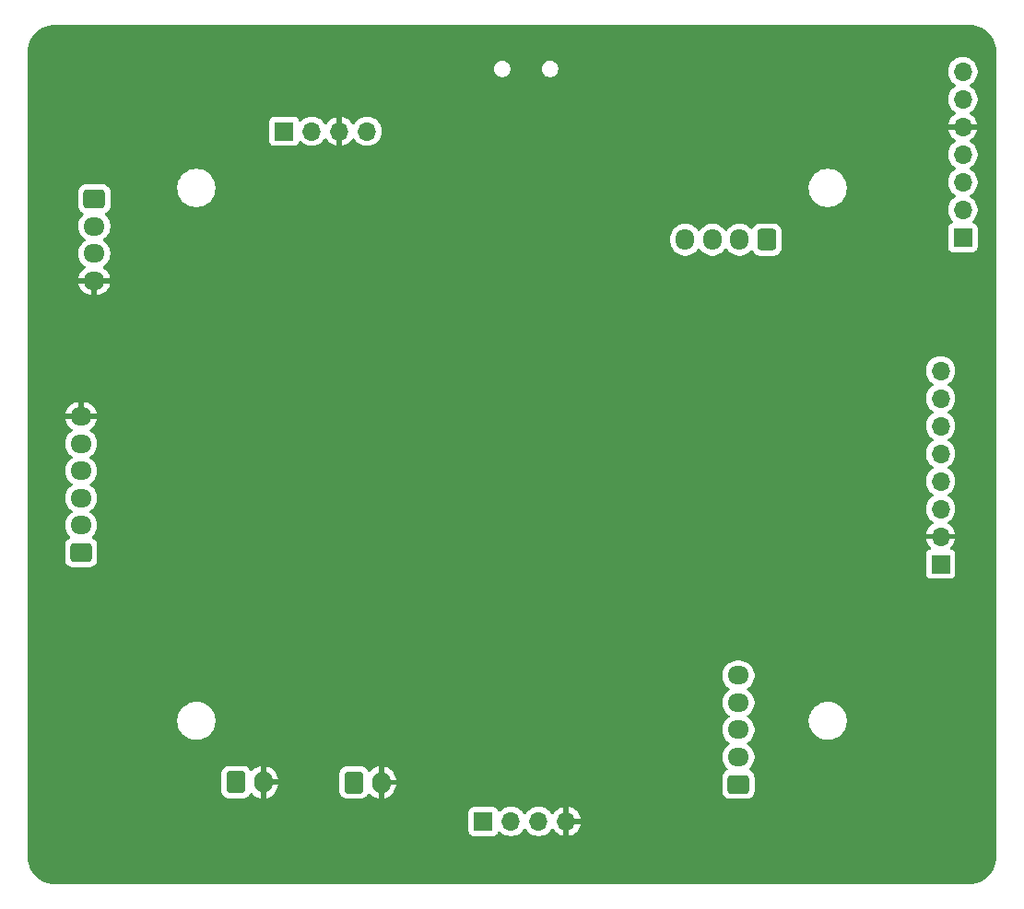
<source format=gbr>
%TF.GenerationSoftware,KiCad,Pcbnew,9.0.1*%
%TF.CreationDate,2025-05-06T13:18:11-06:00*%
%TF.ProjectId,2025_04_STM32F103_RobotBrain,32303235-5f30-4345-9f53-544d33324631,rev?*%
%TF.SameCoordinates,Original*%
%TF.FileFunction,Copper,L2,Bot*%
%TF.FilePolarity,Positive*%
%FSLAX46Y46*%
G04 Gerber Fmt 4.6, Leading zero omitted, Abs format (unit mm)*
G04 Created by KiCad (PCBNEW 9.0.1) date 2025-05-06 13:18:11*
%MOMM*%
%LPD*%
G01*
G04 APERTURE LIST*
G04 Aperture macros list*
%AMRoundRect*
0 Rectangle with rounded corners*
0 $1 Rounding radius*
0 $2 $3 $4 $5 $6 $7 $8 $9 X,Y pos of 4 corners*
0 Add a 4 corners polygon primitive as box body*
4,1,4,$2,$3,$4,$5,$6,$7,$8,$9,$2,$3,0*
0 Add four circle primitives for the rounded corners*
1,1,$1+$1,$2,$3*
1,1,$1+$1,$4,$5*
1,1,$1+$1,$6,$7*
1,1,$1+$1,$8,$9*
0 Add four rect primitives between the rounded corners*
20,1,$1+$1,$2,$3,$4,$5,0*
20,1,$1+$1,$4,$5,$6,$7,0*
20,1,$1+$1,$6,$7,$8,$9,0*
20,1,$1+$1,$8,$9,$2,$3,0*%
G04 Aperture macros list end*
%TA.AperFunction,ComponentPad*%
%ADD10RoundRect,0.250000X-0.600000X-0.750000X0.600000X-0.750000X0.600000X0.750000X-0.600000X0.750000X0*%
%TD*%
%TA.AperFunction,ComponentPad*%
%ADD11O,1.700000X2.000000*%
%TD*%
%TA.AperFunction,ComponentPad*%
%ADD12R,1.700000X1.700000*%
%TD*%
%TA.AperFunction,ComponentPad*%
%ADD13O,1.700000X1.700000*%
%TD*%
%TA.AperFunction,ComponentPad*%
%ADD14RoundRect,0.250000X0.725000X-0.600000X0.725000X0.600000X-0.725000X0.600000X-0.725000X-0.600000X0*%
%TD*%
%TA.AperFunction,ComponentPad*%
%ADD15O,1.950000X1.700000*%
%TD*%
%TA.AperFunction,ComponentPad*%
%ADD16RoundRect,0.250000X-0.725000X0.600000X-0.725000X-0.600000X0.725000X-0.600000X0.725000X0.600000X0*%
%TD*%
%TA.AperFunction,ComponentPad*%
%ADD17RoundRect,0.250000X0.600000X0.725000X-0.600000X0.725000X-0.600000X-0.725000X0.600000X-0.725000X0*%
%TD*%
%TA.AperFunction,ComponentPad*%
%ADD18O,1.700000X1.950000*%
%TD*%
%TA.AperFunction,ViaPad*%
%ADD19C,0.600000*%
%TD*%
G04 APERTURE END LIST*
D10*
%TO.P,J6,1,Pin_1*%
%TO.N,+3V3*%
X122580000Y-99900000D03*
D11*
%TO.P,J6,2,Pin_2*%
%TO.N,GND*%
X125080000Y-99900000D03*
%TD*%
D12*
%TO.P,J9,1,Pin_1*%
%TO.N,+3V3*%
X178500000Y-49800000D03*
D13*
%TO.P,J9,2,Pin_2*%
%TO.N,/PS2_SCK*%
X178500000Y-47260000D03*
%TO.P,J9,3,Pin_3*%
%TO.N,unconnected-(J9-Pin_3-Pad3)*%
X178500000Y-44720000D03*
%TO.P,J9,4,Pin_4*%
%TO.N,/PS2_CS*%
X178500000Y-42180000D03*
%TO.P,J9,5,Pin_5*%
%TO.N,GND*%
X178500000Y-39640000D03*
%TO.P,J9,6,Pin_6*%
%TO.N,/PS2_MISO*%
X178500000Y-37100000D03*
%TO.P,J9,7,Pin_7*%
%TO.N,/PS2_MOSI*%
X178500000Y-34560000D03*
%TD*%
D14*
%TO.P,J8,1,Pin_1*%
%TO.N,/E2A*%
X157890000Y-100070000D03*
D15*
%TO.P,J8,2,Pin_2*%
%TO.N,/E2B*%
X157890000Y-97570000D03*
%TO.P,J8,3,Pin_3*%
%TO.N,/E1A*%
X157890000Y-95070000D03*
%TO.P,J8,4,Pin_4*%
%TO.N,/E1B*%
X157890000Y-92570000D03*
%TO.P,J8,5,Pin_5*%
%TO.N,/PWR_ADC*%
X157890000Y-90070000D03*
%TD*%
D12*
%TO.P,J2,1,Pin_1*%
%TO.N,+5V*%
X176465000Y-79835000D03*
D13*
%TO.P,J2,2,Pin_2*%
%TO.N,GND*%
X176465000Y-77295000D03*
%TO.P,J2,3,Pin_3*%
%TO.N,/IMU_I2C_SCL*%
X176465000Y-74755000D03*
%TO.P,J2,4,Pin_4*%
%TO.N,/IMU_I2C_SDA*%
X176465000Y-72215000D03*
%TO.P,J2,5,Pin_5*%
%TO.N,unconnected-(J2-Pin_5-Pad5)*%
X176465000Y-69675000D03*
%TO.P,J2,6,Pin_6*%
%TO.N,unconnected-(J2-Pin_6-Pad6)*%
X176465000Y-67135000D03*
%TO.P,J2,7,Pin_7*%
%TO.N,unconnected-(J2-Pin_7-Pad7)*%
X176465000Y-64595000D03*
%TO.P,J2,8,Pin_8*%
%TO.N,/IMU_INT*%
X176465000Y-62055000D03*
%TD*%
D12*
%TO.P,J4,1,Pin_1*%
%TO.N,+3V3*%
X116160000Y-40040000D03*
D13*
%TO.P,J4,2,Pin_2*%
%TO.N,/SWCLK*%
X118700000Y-40040000D03*
%TO.P,J4,3,Pin_3*%
%TO.N,GND*%
X121240000Y-40040000D03*
%TO.P,J4,4,Pin_4*%
%TO.N,/SWDIO*%
X123780000Y-40040000D03*
%TD*%
D16*
%TO.P,J11,1,Pin_1*%
%TO.N,+3V3*%
X98720000Y-46270000D03*
D15*
%TO.P,J11,2,Pin_2*%
%TO.N,/USER_TX*%
X98720000Y-48770000D03*
%TO.P,J11,3,Pin_3*%
%TO.N,/USER_RX*%
X98720000Y-51270000D03*
%TO.P,J11,4,Pin_4*%
%TO.N,GND*%
X98720000Y-53770000D03*
%TD*%
D12*
%TO.P,J3,1,Pin_1*%
%TO.N,+5V*%
X134460000Y-103485000D03*
D13*
%TO.P,J3,2,Pin_2*%
%TO.N,/ULTRA_TRIG*%
X137000000Y-103485000D03*
%TO.P,J3,3,Pin_3*%
%TO.N,/ULTRA_ECHO*%
X139540000Y-103485000D03*
%TO.P,J3,4,Pin_4*%
%TO.N,GND*%
X142080000Y-103485000D03*
%TD*%
D17*
%TO.P,J7,1,Pin_1*%
%TO.N,/AN2*%
X160500000Y-50000000D03*
D18*
%TO.P,J7,2,Pin_2*%
%TO.N,/AN1*%
X158000000Y-50000000D03*
%TO.P,J7,3,Pin_3*%
%TO.N,/BN2*%
X155500000Y-50000000D03*
%TO.P,J7,4,Pin_4*%
%TO.N,/BN1*%
X153000000Y-50000000D03*
%TD*%
D11*
%TO.P,J5,2,Pin_2*%
%TO.N,GND*%
X114250000Y-99875000D03*
D10*
%TO.P,J5,1,Pin_1*%
%TO.N,+5V*%
X111750000Y-99875000D03*
%TD*%
D14*
%TO.P,J10,1,Pin_1*%
%TO.N,+3V3*%
X97510000Y-78760000D03*
D15*
%TO.P,J10,2,Pin_2*%
%TO.N,/X1*%
X97510000Y-76260000D03*
%TO.P,J10,3,Pin_3*%
%TO.N,/X2*%
X97510000Y-73760000D03*
%TO.P,J10,4,Pin_4*%
%TO.N,/X3*%
X97510000Y-71260000D03*
%TO.P,J10,5,Pin_5*%
%TO.N,/X4*%
X97510000Y-68760000D03*
%TO.P,J10,6,Pin_6*%
%TO.N,GND*%
X97510000Y-66260000D03*
%TD*%
D19*
%TO.N,GND*%
X135300000Y-31060000D03*
X135310000Y-31970000D03*
X138320000Y-48630000D03*
X101550000Y-104940000D03*
X136780000Y-35480000D03*
X137200000Y-59890000D03*
X135310000Y-36460000D03*
X100250000Y-97140000D03*
X148430000Y-76280000D03*
X133260000Y-70570000D03*
X161290000Y-39650000D03*
X157100000Y-39630000D03*
X135310000Y-75730000D03*
X141240000Y-79920000D03*
X116610000Y-74610000D03*
X163620000Y-31210000D03*
X150070000Y-72380000D03*
X174000000Y-92900000D03*
X132070000Y-71580000D03*
X133640000Y-85390000D03*
X141410000Y-36420000D03*
X145110000Y-70690000D03*
X173350000Y-99580000D03*
X154680000Y-31220000D03*
X148580000Y-83950000D03*
X135220000Y-88640000D03*
X141420000Y-37150000D03*
X141430000Y-31900000D03*
X141430000Y-31090000D03*
X158500000Y-39610000D03*
X175680000Y-106180000D03*
X148460000Y-78570000D03*
X137960000Y-77270000D03*
X148070000Y-63560000D03*
X148910000Y-33195000D03*
X157500000Y-36791500D03*
X130690000Y-76070000D03*
X133510000Y-59260000D03*
X142390000Y-77290000D03*
X173990000Y-90010000D03*
X142300000Y-74080000D03*
X147470000Y-58420000D03*
X135310000Y-37250000D03*
X147170000Y-41280000D03*
%TD*%
%TA.AperFunction,Conductor*%
%TO.N,GND*%
G36*
X179103736Y-30250727D02*
G01*
X179393796Y-30268272D01*
X179408657Y-30270076D01*
X179690797Y-30321781D01*
X179705334Y-30325364D01*
X179979182Y-30410699D01*
X179993163Y-30416001D01*
X180254732Y-30533724D01*
X180267987Y-30540681D01*
X180513458Y-30689072D01*
X180525776Y-30697574D01*
X180751573Y-30874474D01*
X180762781Y-30884404D01*
X180965595Y-31087219D01*
X180975525Y-31098427D01*
X181152422Y-31324218D01*
X181160928Y-31336541D01*
X181309315Y-31582004D01*
X181316274Y-31595263D01*
X181433996Y-31856832D01*
X181439305Y-31870833D01*
X181524634Y-32144664D01*
X181528218Y-32159202D01*
X181579922Y-32441340D01*
X181581727Y-32456205D01*
X181589097Y-32578033D01*
X181595513Y-32684110D01*
X181599274Y-32746274D01*
X181599500Y-32753761D01*
X181599500Y-106746250D01*
X181599274Y-106753737D01*
X181581728Y-107043795D01*
X181579923Y-107058660D01*
X181528219Y-107340798D01*
X181524635Y-107355336D01*
X181439304Y-107629175D01*
X181433994Y-107643177D01*
X181316277Y-107904731D01*
X181309319Y-107917989D01*
X181160928Y-108163459D01*
X181152422Y-108175782D01*
X180975525Y-108401573D01*
X180965595Y-108412781D01*
X180762781Y-108615596D01*
X180751573Y-108625526D01*
X180525782Y-108802422D01*
X180513458Y-108810928D01*
X180267987Y-108959319D01*
X180254730Y-108966277D01*
X179993176Y-109083994D01*
X179979174Y-109089304D01*
X179705335Y-109174635D01*
X179690797Y-109178219D01*
X179408659Y-109229923D01*
X179393794Y-109231728D01*
X179200701Y-109243408D01*
X179103712Y-109249275D01*
X179096240Y-109249501D01*
X95103752Y-109249501D01*
X95096265Y-109249275D01*
X94806205Y-109231729D01*
X94791340Y-109229924D01*
X94509202Y-109178220D01*
X94494664Y-109174636D01*
X94220832Y-109089307D01*
X94206831Y-109083998D01*
X93945263Y-108966276D01*
X93932004Y-108959317D01*
X93686540Y-108810929D01*
X93674217Y-108802423D01*
X93448426Y-108625527D01*
X93437218Y-108615597D01*
X93234403Y-108412782D01*
X93224473Y-108401574D01*
X93224472Y-108401573D01*
X93047572Y-108175777D01*
X93039074Y-108163466D01*
X92890679Y-107917989D01*
X92883724Y-107904737D01*
X92766001Y-107643168D01*
X92760692Y-107629167D01*
X92752095Y-107601579D01*
X92675362Y-107355335D01*
X92671779Y-107340798D01*
X92620075Y-107058660D01*
X92618270Y-107043795D01*
X92600726Y-106753752D01*
X92600500Y-106746265D01*
X92600500Y-102587135D01*
X133109500Y-102587135D01*
X133109500Y-104382870D01*
X133109501Y-104382876D01*
X133115908Y-104442483D01*
X133166202Y-104577328D01*
X133166206Y-104577335D01*
X133252452Y-104692544D01*
X133252455Y-104692547D01*
X133367664Y-104778793D01*
X133367671Y-104778797D01*
X133502517Y-104829091D01*
X133502516Y-104829091D01*
X133509444Y-104829835D01*
X133562127Y-104835500D01*
X135357872Y-104835499D01*
X135417483Y-104829091D01*
X135552331Y-104778796D01*
X135667546Y-104692546D01*
X135753796Y-104577331D01*
X135802810Y-104445916D01*
X135844681Y-104389984D01*
X135910145Y-104365566D01*
X135978418Y-104380417D01*
X136006673Y-104401569D01*
X136120213Y-104515109D01*
X136292179Y-104640048D01*
X136292181Y-104640049D01*
X136292184Y-104640051D01*
X136481588Y-104736557D01*
X136683757Y-104802246D01*
X136893713Y-104835500D01*
X136893714Y-104835500D01*
X137106286Y-104835500D01*
X137106287Y-104835500D01*
X137316243Y-104802246D01*
X137518412Y-104736557D01*
X137707816Y-104640051D01*
X137794138Y-104577335D01*
X137879786Y-104515109D01*
X137879788Y-104515106D01*
X137879792Y-104515104D01*
X138030104Y-104364792D01*
X138030106Y-104364788D01*
X138030109Y-104364786D01*
X138155048Y-104192820D01*
X138155047Y-104192820D01*
X138155051Y-104192816D01*
X138159514Y-104184054D01*
X138207488Y-104133259D01*
X138275308Y-104116463D01*
X138341444Y-104138999D01*
X138380486Y-104184056D01*
X138384951Y-104192820D01*
X138509890Y-104364786D01*
X138660213Y-104515109D01*
X138832179Y-104640048D01*
X138832181Y-104640049D01*
X138832184Y-104640051D01*
X139021588Y-104736557D01*
X139223757Y-104802246D01*
X139433713Y-104835500D01*
X139433714Y-104835500D01*
X139646286Y-104835500D01*
X139646287Y-104835500D01*
X139856243Y-104802246D01*
X140058412Y-104736557D01*
X140247816Y-104640051D01*
X140334138Y-104577335D01*
X140419786Y-104515109D01*
X140419788Y-104515106D01*
X140419792Y-104515104D01*
X140570104Y-104364792D01*
X140570106Y-104364788D01*
X140570109Y-104364786D01*
X140695048Y-104192820D01*
X140695051Y-104192816D01*
X140699793Y-104183508D01*
X140747763Y-104132711D01*
X140815583Y-104115911D01*
X140881719Y-104138445D01*
X140920763Y-104183500D01*
X140925377Y-104192555D01*
X141050272Y-104364459D01*
X141050276Y-104364464D01*
X141200535Y-104514723D01*
X141200540Y-104514727D01*
X141372442Y-104639620D01*
X141561782Y-104736095D01*
X141763871Y-104801757D01*
X141830000Y-104812231D01*
X141830000Y-103918012D01*
X141887007Y-103950925D01*
X142014174Y-103985000D01*
X142145826Y-103985000D01*
X142272993Y-103950925D01*
X142330000Y-103918012D01*
X142330000Y-104812230D01*
X142396126Y-104801757D01*
X142396129Y-104801757D01*
X142598217Y-104736095D01*
X142787557Y-104639620D01*
X142959459Y-104514727D01*
X142959464Y-104514723D01*
X143109723Y-104364464D01*
X143109727Y-104364459D01*
X143234620Y-104192557D01*
X143331095Y-104003217D01*
X143396757Y-103801129D01*
X143396757Y-103801126D01*
X143407231Y-103735000D01*
X142513012Y-103735000D01*
X142545925Y-103677993D01*
X142580000Y-103550826D01*
X142580000Y-103419174D01*
X142545925Y-103292007D01*
X142513012Y-103235000D01*
X143407231Y-103235000D01*
X143396757Y-103168873D01*
X143396757Y-103168870D01*
X143331095Y-102966782D01*
X143234620Y-102777442D01*
X143109727Y-102605540D01*
X143109723Y-102605535D01*
X142959464Y-102455276D01*
X142959459Y-102455272D01*
X142787557Y-102330379D01*
X142598215Y-102233903D01*
X142396124Y-102168241D01*
X142330000Y-102157768D01*
X142330000Y-103051988D01*
X142272993Y-103019075D01*
X142145826Y-102985000D01*
X142014174Y-102985000D01*
X141887007Y-103019075D01*
X141830000Y-103051988D01*
X141830000Y-102157768D01*
X141829999Y-102157768D01*
X141763875Y-102168241D01*
X141561784Y-102233903D01*
X141372442Y-102330379D01*
X141200540Y-102455272D01*
X141200535Y-102455276D01*
X141050276Y-102605535D01*
X141050272Y-102605540D01*
X140925378Y-102777443D01*
X140920762Y-102786502D01*
X140872784Y-102837295D01*
X140804963Y-102854087D01*
X140738829Y-102831546D01*
X140699794Y-102786493D01*
X140695051Y-102777184D01*
X140695049Y-102777181D01*
X140695048Y-102777179D01*
X140570109Y-102605213D01*
X140419786Y-102454890D01*
X140247820Y-102329951D01*
X140058414Y-102233444D01*
X140058413Y-102233443D01*
X140058412Y-102233443D01*
X139856243Y-102167754D01*
X139856241Y-102167753D01*
X139856240Y-102167753D01*
X139694957Y-102142208D01*
X139646287Y-102134500D01*
X139433713Y-102134500D01*
X139385042Y-102142208D01*
X139223760Y-102167753D01*
X139021585Y-102233444D01*
X138832179Y-102329951D01*
X138660213Y-102454890D01*
X138509890Y-102605213D01*
X138384949Y-102777182D01*
X138380484Y-102785946D01*
X138332509Y-102836742D01*
X138264688Y-102853536D01*
X138198553Y-102830998D01*
X138159516Y-102785946D01*
X138155050Y-102777182D01*
X138030109Y-102605213D01*
X137879786Y-102454890D01*
X137707820Y-102329951D01*
X137518414Y-102233444D01*
X137518413Y-102233443D01*
X137518412Y-102233443D01*
X137316243Y-102167754D01*
X137316241Y-102167753D01*
X137316240Y-102167753D01*
X137154957Y-102142208D01*
X137106287Y-102134500D01*
X136893713Y-102134500D01*
X136845042Y-102142208D01*
X136683760Y-102167753D01*
X136481585Y-102233444D01*
X136292179Y-102329951D01*
X136120215Y-102454889D01*
X136006673Y-102568431D01*
X135945350Y-102601915D01*
X135875658Y-102596931D01*
X135819725Y-102555059D01*
X135802810Y-102524082D01*
X135753797Y-102392671D01*
X135753793Y-102392664D01*
X135667547Y-102277455D01*
X135667544Y-102277452D01*
X135552335Y-102191206D01*
X135552328Y-102191202D01*
X135417482Y-102140908D01*
X135417483Y-102140908D01*
X135357883Y-102134501D01*
X135357881Y-102134500D01*
X135357873Y-102134500D01*
X135357864Y-102134500D01*
X133562129Y-102134500D01*
X133562123Y-102134501D01*
X133502516Y-102140908D01*
X133367671Y-102191202D01*
X133367664Y-102191206D01*
X133252455Y-102277452D01*
X133252452Y-102277455D01*
X133166206Y-102392664D01*
X133166202Y-102392671D01*
X133115908Y-102527517D01*
X133109501Y-102587116D01*
X133109500Y-102587135D01*
X92600500Y-102587135D01*
X92600500Y-99074983D01*
X110399500Y-99074983D01*
X110399500Y-100675001D01*
X110399501Y-100675018D01*
X110410000Y-100777796D01*
X110410001Y-100777799D01*
X110465185Y-100944331D01*
X110465186Y-100944334D01*
X110557288Y-101093656D01*
X110681344Y-101217712D01*
X110830666Y-101309814D01*
X110997203Y-101364999D01*
X111099991Y-101375500D01*
X112400008Y-101375499D01*
X112502797Y-101364999D01*
X112669334Y-101309814D01*
X112818656Y-101217712D01*
X112942712Y-101093656D01*
X113034814Y-100944334D01*
X113034814Y-100944331D01*
X113038448Y-100938441D01*
X113090395Y-100891716D01*
X113159358Y-100880493D01*
X113223440Y-100908336D01*
X113231668Y-100915856D01*
X113370535Y-101054723D01*
X113370540Y-101054727D01*
X113542442Y-101179620D01*
X113731782Y-101276095D01*
X113933871Y-101341757D01*
X114000000Y-101352231D01*
X114000000Y-100308012D01*
X114057007Y-100340925D01*
X114184174Y-100375000D01*
X114315826Y-100375000D01*
X114442993Y-100340925D01*
X114500000Y-100308012D01*
X114500000Y-101352230D01*
X114566126Y-101341757D01*
X114566129Y-101341757D01*
X114768217Y-101276095D01*
X114957557Y-101179620D01*
X115129459Y-101054727D01*
X115129464Y-101054723D01*
X115279723Y-100904464D01*
X115279727Y-100904459D01*
X115404620Y-100732557D01*
X115501095Y-100543217D01*
X115566757Y-100341130D01*
X115566757Y-100341127D01*
X115600000Y-100131246D01*
X115600000Y-100125000D01*
X114683012Y-100125000D01*
X114715925Y-100067993D01*
X114750000Y-99940826D01*
X114750000Y-99809174D01*
X114715925Y-99682007D01*
X114683012Y-99625000D01*
X115600000Y-99625000D01*
X115600000Y-99618753D01*
X115566757Y-99408872D01*
X115566757Y-99408869D01*
X115501094Y-99206780D01*
X115473758Y-99153130D01*
X115473757Y-99153129D01*
X115446677Y-99099983D01*
X121229500Y-99099983D01*
X121229500Y-100700001D01*
X121229501Y-100700018D01*
X121240000Y-100802796D01*
X121240001Y-100802799D01*
X121273690Y-100904464D01*
X121295186Y-100969334D01*
X121387288Y-101118656D01*
X121511344Y-101242712D01*
X121660666Y-101334814D01*
X121827203Y-101389999D01*
X121929991Y-101400500D01*
X123230008Y-101400499D01*
X123332797Y-101389999D01*
X123499334Y-101334814D01*
X123648656Y-101242712D01*
X123772712Y-101118656D01*
X123864814Y-100969334D01*
X123864814Y-100969331D01*
X123868448Y-100963441D01*
X123920395Y-100916716D01*
X123989358Y-100905493D01*
X124053440Y-100933336D01*
X124061668Y-100940856D01*
X124200535Y-101079723D01*
X124200540Y-101079727D01*
X124372442Y-101204620D01*
X124561782Y-101301095D01*
X124763871Y-101366757D01*
X124830000Y-101377231D01*
X124830000Y-100333012D01*
X124887007Y-100365925D01*
X125014174Y-100400000D01*
X125145826Y-100400000D01*
X125272993Y-100365925D01*
X125330000Y-100333012D01*
X125330000Y-101377230D01*
X125396126Y-101366757D01*
X125396129Y-101366757D01*
X125598217Y-101301095D01*
X125787557Y-101204620D01*
X125959459Y-101079727D01*
X125959464Y-101079723D01*
X126109723Y-100929464D01*
X126109727Y-100929459D01*
X126234620Y-100757557D01*
X126331095Y-100568217D01*
X126396757Y-100366130D01*
X126396757Y-100366127D01*
X126430000Y-100156246D01*
X126430000Y-100150000D01*
X125513012Y-100150000D01*
X125545925Y-100092993D01*
X125580000Y-99965826D01*
X125580000Y-99834174D01*
X125545925Y-99707007D01*
X125513012Y-99650000D01*
X126430000Y-99650000D01*
X126430000Y-99643753D01*
X126396757Y-99433872D01*
X126396757Y-99433869D01*
X126331095Y-99231782D01*
X126234620Y-99042442D01*
X126109727Y-98870540D01*
X126109723Y-98870535D01*
X125959464Y-98720276D01*
X125959459Y-98720272D01*
X125787557Y-98595379D01*
X125598215Y-98498903D01*
X125396124Y-98433241D01*
X125330000Y-98422768D01*
X125330000Y-99466988D01*
X125272993Y-99434075D01*
X125145826Y-99400000D01*
X125014174Y-99400000D01*
X124887007Y-99434075D01*
X124830000Y-99466988D01*
X124830000Y-98422768D01*
X124829999Y-98422768D01*
X124763875Y-98433241D01*
X124561784Y-98498903D01*
X124372442Y-98595379D01*
X124200541Y-98720271D01*
X124061668Y-98859144D01*
X124000345Y-98892628D01*
X123930653Y-98887644D01*
X123874720Y-98845772D01*
X123868448Y-98836558D01*
X123799670Y-98725051D01*
X123772712Y-98681344D01*
X123648656Y-98557288D01*
X123499334Y-98465186D01*
X123332797Y-98410001D01*
X123332795Y-98410000D01*
X123230010Y-98399500D01*
X121929998Y-98399500D01*
X121929981Y-98399501D01*
X121827203Y-98410000D01*
X121827200Y-98410001D01*
X121660668Y-98465185D01*
X121660663Y-98465187D01*
X121511342Y-98557289D01*
X121387289Y-98681342D01*
X121295187Y-98830663D01*
X121295185Y-98830668D01*
X121276305Y-98887644D01*
X121240001Y-98997203D01*
X121240001Y-98997204D01*
X121240000Y-98997204D01*
X121229500Y-99099983D01*
X115446677Y-99099983D01*
X115404620Y-99017442D01*
X115279727Y-98845540D01*
X115279723Y-98845535D01*
X115129464Y-98695276D01*
X115129459Y-98695272D01*
X114957557Y-98570379D01*
X114768215Y-98473903D01*
X114566124Y-98408241D01*
X114500000Y-98397768D01*
X114500000Y-99441988D01*
X114442993Y-99409075D01*
X114315826Y-99375000D01*
X114184174Y-99375000D01*
X114057007Y-99409075D01*
X114000000Y-99441988D01*
X114000000Y-98397768D01*
X113999999Y-98397768D01*
X113933875Y-98408241D01*
X113731784Y-98473903D01*
X113542442Y-98570379D01*
X113370541Y-98695271D01*
X113231668Y-98834144D01*
X113170345Y-98867628D01*
X113100653Y-98862644D01*
X113044720Y-98820772D01*
X113038448Y-98811558D01*
X112985272Y-98725346D01*
X112942712Y-98656344D01*
X112818656Y-98532288D01*
X112669334Y-98440186D01*
X112502797Y-98385001D01*
X112502795Y-98385000D01*
X112400010Y-98374500D01*
X111099998Y-98374500D01*
X111099981Y-98374501D01*
X110997203Y-98385000D01*
X110997200Y-98385001D01*
X110830668Y-98440185D01*
X110830663Y-98440187D01*
X110681342Y-98532289D01*
X110557289Y-98656342D01*
X110465187Y-98805663D01*
X110465185Y-98805668D01*
X110443689Y-98870540D01*
X110410001Y-98972203D01*
X110410001Y-98972204D01*
X110410000Y-98972204D01*
X110399500Y-99074983D01*
X92600500Y-99074983D01*
X92600500Y-94135259D01*
X106349500Y-94135259D01*
X106349500Y-94364742D01*
X106374100Y-94551585D01*
X106379452Y-94592239D01*
X106415153Y-94725479D01*
X106438842Y-94813888D01*
X106526650Y-95025877D01*
X106526656Y-95025889D01*
X106613487Y-95176286D01*
X106641392Y-95224618D01*
X106781081Y-95406662D01*
X106781089Y-95406671D01*
X106943330Y-95568912D01*
X106943338Y-95568919D01*
X107125382Y-95708608D01*
X107125385Y-95708609D01*
X107125388Y-95708612D01*
X107324112Y-95823345D01*
X107324117Y-95823347D01*
X107324123Y-95823350D01*
X107415480Y-95861191D01*
X107536113Y-95911159D01*
X107757762Y-95970549D01*
X107985266Y-96000501D01*
X107985273Y-96000501D01*
X108214727Y-96000501D01*
X108214734Y-96000501D01*
X108442238Y-95970549D01*
X108663887Y-95911159D01*
X108875888Y-95823345D01*
X109074612Y-95708612D01*
X109256661Y-95568920D01*
X109256665Y-95568915D01*
X109256670Y-95568912D01*
X109418911Y-95406671D01*
X109418914Y-95406666D01*
X109418919Y-95406662D01*
X109558611Y-95224613D01*
X109673344Y-95025889D01*
X109761158Y-94813888D01*
X109820548Y-94592239D01*
X109850500Y-94364735D01*
X109850500Y-94135267D01*
X109820548Y-93907763D01*
X109761158Y-93686114D01*
X109697642Y-93532774D01*
X109673349Y-93474124D01*
X109673346Y-93474118D01*
X109673344Y-93474113D01*
X109558611Y-93275389D01*
X109558608Y-93275386D01*
X109558607Y-93275383D01*
X109418918Y-93093339D01*
X109418911Y-93093331D01*
X109256670Y-92931090D01*
X109256661Y-92931082D01*
X109074617Y-92791393D01*
X108875890Y-92676658D01*
X108875876Y-92676651D01*
X108663887Y-92588843D01*
X108442238Y-92529453D01*
X108404215Y-92524447D01*
X108214741Y-92499501D01*
X108214734Y-92499501D01*
X107985266Y-92499501D01*
X107985258Y-92499501D01*
X107768715Y-92528010D01*
X107757762Y-92529453D01*
X107664076Y-92554555D01*
X107536112Y-92588843D01*
X107324123Y-92676651D01*
X107324109Y-92676658D01*
X107125382Y-92791393D01*
X106943338Y-92931082D01*
X106781081Y-93093339D01*
X106641392Y-93275383D01*
X106526657Y-93474110D01*
X106526650Y-93474124D01*
X106438842Y-93686113D01*
X106379453Y-93907760D01*
X106379451Y-93907771D01*
X106349500Y-94135259D01*
X92600500Y-94135259D01*
X92600500Y-89963713D01*
X156414500Y-89963713D01*
X156414500Y-90176286D01*
X156447753Y-90386239D01*
X156513444Y-90588414D01*
X156609951Y-90777820D01*
X156734890Y-90949786D01*
X156885209Y-91100105D01*
X156885214Y-91100109D01*
X157049793Y-91219682D01*
X157092459Y-91275011D01*
X157098438Y-91344625D01*
X157065833Y-91406420D01*
X157049793Y-91420318D01*
X156885214Y-91539890D01*
X156885209Y-91539894D01*
X156734890Y-91690213D01*
X156609951Y-91862179D01*
X156513444Y-92051585D01*
X156447753Y-92253760D01*
X156414500Y-92463713D01*
X156414500Y-92676286D01*
X156447753Y-92886239D01*
X156513444Y-93088414D01*
X156609951Y-93277820D01*
X156734890Y-93449786D01*
X156885209Y-93600105D01*
X156885214Y-93600109D01*
X157049793Y-93719682D01*
X157092459Y-93775011D01*
X157098438Y-93844625D01*
X157065833Y-93906420D01*
X157049793Y-93920318D01*
X156885214Y-94039890D01*
X156885209Y-94039894D01*
X156734890Y-94190213D01*
X156609951Y-94362179D01*
X156513444Y-94551585D01*
X156447753Y-94753760D01*
X156422849Y-94911001D01*
X156414500Y-94963713D01*
X156414500Y-95176287D01*
X156447754Y-95386243D01*
X156507109Y-95568919D01*
X156513444Y-95588414D01*
X156609951Y-95777820D01*
X156734890Y-95949786D01*
X156885209Y-96100105D01*
X156885214Y-96100109D01*
X157049793Y-96219682D01*
X157092459Y-96275011D01*
X157098438Y-96344625D01*
X157065833Y-96406420D01*
X157049793Y-96420318D01*
X156885214Y-96539890D01*
X156885209Y-96539894D01*
X156734890Y-96690213D01*
X156609951Y-96862179D01*
X156513444Y-97051585D01*
X156447753Y-97253760D01*
X156414500Y-97463713D01*
X156414500Y-97676286D01*
X156447753Y-97886239D01*
X156513444Y-98088414D01*
X156609951Y-98277820D01*
X156734890Y-98449786D01*
X156873705Y-98588601D01*
X156907190Y-98649924D01*
X156902206Y-98719616D01*
X156860334Y-98775549D01*
X156851121Y-98781821D01*
X156696342Y-98877289D01*
X156572289Y-99001342D01*
X156480187Y-99150663D01*
X156480185Y-99150668D01*
X156461592Y-99206780D01*
X156425001Y-99317203D01*
X156425001Y-99317204D01*
X156425000Y-99317204D01*
X156414500Y-99419983D01*
X156414500Y-100720001D01*
X156414501Y-100720018D01*
X156425000Y-100822796D01*
X156425001Y-100822799D01*
X156464122Y-100940856D01*
X156480186Y-100989334D01*
X156572288Y-101138656D01*
X156696344Y-101262712D01*
X156845666Y-101354814D01*
X157012203Y-101409999D01*
X157114991Y-101420500D01*
X158665008Y-101420499D01*
X158767797Y-101409999D01*
X158934334Y-101354814D01*
X159083656Y-101262712D01*
X159207712Y-101138656D01*
X159299814Y-100989334D01*
X159354999Y-100822797D01*
X159365500Y-100720009D01*
X159365499Y-99419992D01*
X159354999Y-99317203D01*
X159299814Y-99150666D01*
X159207712Y-99001344D01*
X159083656Y-98877288D01*
X158934334Y-98785186D01*
X158934333Y-98785185D01*
X158928878Y-98781821D01*
X158882154Y-98729873D01*
X158870931Y-98660910D01*
X158898775Y-98596828D01*
X158906272Y-98588623D01*
X159045104Y-98449792D01*
X159052083Y-98440187D01*
X159170048Y-98277820D01*
X159170047Y-98277820D01*
X159170051Y-98277816D01*
X159266557Y-98088412D01*
X159332246Y-97886243D01*
X159365500Y-97676287D01*
X159365500Y-97463713D01*
X159332246Y-97253757D01*
X159266557Y-97051588D01*
X159170051Y-96862184D01*
X159170049Y-96862181D01*
X159170048Y-96862179D01*
X159045109Y-96690213D01*
X158894792Y-96539896D01*
X158894784Y-96539890D01*
X158730204Y-96420316D01*
X158687540Y-96364989D01*
X158681561Y-96295376D01*
X158714166Y-96233580D01*
X158730199Y-96219686D01*
X158894792Y-96100104D01*
X159045104Y-95949792D01*
X159045106Y-95949788D01*
X159045109Y-95949786D01*
X159170048Y-95777820D01*
X159170047Y-95777820D01*
X159170051Y-95777816D01*
X159266557Y-95588412D01*
X159332246Y-95386243D01*
X159365500Y-95176287D01*
X159365500Y-94963713D01*
X159332246Y-94753757D01*
X159266557Y-94551588D01*
X159170051Y-94362184D01*
X159170049Y-94362181D01*
X159170048Y-94362179D01*
X159055193Y-94204093D01*
X159045109Y-94190214D01*
X159045105Y-94190209D01*
X158990155Y-94135259D01*
X164349500Y-94135259D01*
X164349500Y-94364742D01*
X164374100Y-94551585D01*
X164379452Y-94592239D01*
X164415153Y-94725479D01*
X164438842Y-94813888D01*
X164526650Y-95025877D01*
X164526656Y-95025889D01*
X164613487Y-95176286D01*
X164641392Y-95224618D01*
X164781081Y-95406662D01*
X164781089Y-95406671D01*
X164943330Y-95568912D01*
X164943338Y-95568919D01*
X165125382Y-95708608D01*
X165125385Y-95708609D01*
X165125388Y-95708612D01*
X165324112Y-95823345D01*
X165324117Y-95823347D01*
X165324123Y-95823350D01*
X165415480Y-95861191D01*
X165536113Y-95911159D01*
X165757762Y-95970549D01*
X165985266Y-96000501D01*
X165985273Y-96000501D01*
X166214727Y-96000501D01*
X166214734Y-96000501D01*
X166442238Y-95970549D01*
X166663887Y-95911159D01*
X166875888Y-95823345D01*
X167074612Y-95708612D01*
X167256661Y-95568920D01*
X167256665Y-95568915D01*
X167256670Y-95568912D01*
X167418911Y-95406671D01*
X167418914Y-95406666D01*
X167418919Y-95406662D01*
X167558611Y-95224613D01*
X167673344Y-95025889D01*
X167761158Y-94813888D01*
X167820548Y-94592239D01*
X167850500Y-94364735D01*
X167850500Y-94135267D01*
X167820548Y-93907763D01*
X167761158Y-93686114D01*
X167697642Y-93532774D01*
X167673349Y-93474124D01*
X167673346Y-93474118D01*
X167673344Y-93474113D01*
X167558611Y-93275389D01*
X167558608Y-93275386D01*
X167558607Y-93275383D01*
X167418918Y-93093339D01*
X167418911Y-93093331D01*
X167256670Y-92931090D01*
X167256661Y-92931082D01*
X167074617Y-92791393D01*
X166875890Y-92676658D01*
X166875876Y-92676651D01*
X166663887Y-92588843D01*
X166442238Y-92529453D01*
X166404215Y-92524447D01*
X166214741Y-92499501D01*
X166214734Y-92499501D01*
X165985266Y-92499501D01*
X165985258Y-92499501D01*
X165768715Y-92528010D01*
X165757762Y-92529453D01*
X165664076Y-92554555D01*
X165536112Y-92588843D01*
X165324123Y-92676651D01*
X165324109Y-92676658D01*
X165125382Y-92791393D01*
X164943338Y-92931082D01*
X164781081Y-93093339D01*
X164641392Y-93275383D01*
X164526657Y-93474110D01*
X164526650Y-93474124D01*
X164438842Y-93686113D01*
X164379453Y-93907760D01*
X164379451Y-93907771D01*
X164349500Y-94135259D01*
X158990155Y-94135259D01*
X158894792Y-94039896D01*
X158884520Y-94032433D01*
X158730204Y-93920316D01*
X158687540Y-93864989D01*
X158681561Y-93795376D01*
X158714166Y-93733580D01*
X158730199Y-93719686D01*
X158894792Y-93600104D01*
X159045104Y-93449792D01*
X159045106Y-93449788D01*
X159045109Y-93449786D01*
X159170048Y-93277820D01*
X159170047Y-93277820D01*
X159170051Y-93277816D01*
X159266557Y-93088412D01*
X159332246Y-92886243D01*
X159365500Y-92676287D01*
X159365500Y-92463713D01*
X159332246Y-92253757D01*
X159266557Y-92051588D01*
X159170051Y-91862184D01*
X159170049Y-91862181D01*
X159170048Y-91862179D01*
X159045109Y-91690213D01*
X158894792Y-91539896D01*
X158894784Y-91539890D01*
X158730204Y-91420316D01*
X158687540Y-91364989D01*
X158681561Y-91295376D01*
X158714166Y-91233580D01*
X158730199Y-91219686D01*
X158894792Y-91100104D01*
X159045104Y-90949792D01*
X159045106Y-90949788D01*
X159045109Y-90949786D01*
X159170048Y-90777820D01*
X159170047Y-90777820D01*
X159170051Y-90777816D01*
X159266557Y-90588412D01*
X159332246Y-90386243D01*
X159365500Y-90176287D01*
X159365500Y-89963713D01*
X159332246Y-89753757D01*
X159266557Y-89551588D01*
X159170051Y-89362184D01*
X159170049Y-89362181D01*
X159170048Y-89362179D01*
X159045109Y-89190213D01*
X158894786Y-89039890D01*
X158722820Y-88914951D01*
X158533414Y-88818444D01*
X158533413Y-88818443D01*
X158533412Y-88818443D01*
X158331243Y-88752754D01*
X158331241Y-88752753D01*
X158331240Y-88752753D01*
X158169957Y-88727208D01*
X158121287Y-88719500D01*
X157658713Y-88719500D01*
X157610042Y-88727208D01*
X157448760Y-88752753D01*
X157246585Y-88818444D01*
X157057179Y-88914951D01*
X156885213Y-89039890D01*
X156734890Y-89190213D01*
X156609951Y-89362179D01*
X156513444Y-89551585D01*
X156447753Y-89753760D01*
X156414500Y-89963713D01*
X92600500Y-89963713D01*
X92600500Y-68653713D01*
X96034500Y-68653713D01*
X96034500Y-68866286D01*
X96067753Y-69076239D01*
X96133444Y-69278414D01*
X96229951Y-69467820D01*
X96354890Y-69639786D01*
X96505209Y-69790105D01*
X96505214Y-69790109D01*
X96669793Y-69909682D01*
X96712459Y-69965011D01*
X96718438Y-70034625D01*
X96685833Y-70096420D01*
X96669793Y-70110318D01*
X96505214Y-70229890D01*
X96505209Y-70229894D01*
X96354890Y-70380213D01*
X96229951Y-70552179D01*
X96133444Y-70741585D01*
X96067753Y-70943760D01*
X96034500Y-71153713D01*
X96034500Y-71366286D01*
X96067753Y-71576239D01*
X96133444Y-71778414D01*
X96229951Y-71967820D01*
X96354890Y-72139786D01*
X96505209Y-72290105D01*
X96505214Y-72290109D01*
X96669793Y-72409682D01*
X96712459Y-72465011D01*
X96718438Y-72534625D01*
X96685833Y-72596420D01*
X96669793Y-72610318D01*
X96505214Y-72729890D01*
X96505209Y-72729894D01*
X96354890Y-72880213D01*
X96229951Y-73052179D01*
X96133444Y-73241585D01*
X96067753Y-73443760D01*
X96034500Y-73653713D01*
X96034500Y-73866286D01*
X96063150Y-74047179D01*
X96067754Y-74076243D01*
X96119853Y-74236588D01*
X96133444Y-74278414D01*
X96229951Y-74467820D01*
X96354890Y-74639786D01*
X96505209Y-74790105D01*
X96505214Y-74790109D01*
X96669793Y-74909682D01*
X96712459Y-74965011D01*
X96718438Y-75034625D01*
X96685833Y-75096420D01*
X96669793Y-75110318D01*
X96505214Y-75229890D01*
X96505209Y-75229894D01*
X96354890Y-75380213D01*
X96229951Y-75552179D01*
X96133444Y-75741585D01*
X96067753Y-75943760D01*
X96042136Y-76105500D01*
X96034500Y-76153713D01*
X96034500Y-76366287D01*
X96067754Y-76576243D01*
X96132913Y-76776782D01*
X96133444Y-76778414D01*
X96229951Y-76967820D01*
X96354890Y-77139786D01*
X96493705Y-77278601D01*
X96527190Y-77339924D01*
X96522206Y-77409616D01*
X96480334Y-77465549D01*
X96471121Y-77471821D01*
X96316342Y-77567289D01*
X96192289Y-77691342D01*
X96100187Y-77840663D01*
X96100186Y-77840666D01*
X96045001Y-78007203D01*
X96045001Y-78007204D01*
X96045000Y-78007204D01*
X96034500Y-78109983D01*
X96034500Y-79410001D01*
X96034501Y-79410018D01*
X96045000Y-79512796D01*
X96045001Y-79512799D01*
X96100185Y-79679331D01*
X96100186Y-79679334D01*
X96192288Y-79828656D01*
X96316344Y-79952712D01*
X96465666Y-80044814D01*
X96632203Y-80099999D01*
X96734991Y-80110500D01*
X98285008Y-80110499D01*
X98387797Y-80099999D01*
X98554334Y-80044814D01*
X98703656Y-79952712D01*
X98827712Y-79828656D01*
X98919814Y-79679334D01*
X98974999Y-79512797D01*
X98985500Y-79410009D01*
X98985499Y-78742671D01*
X98985499Y-78109998D01*
X98985498Y-78109981D01*
X98974999Y-78007203D01*
X98974998Y-78007200D01*
X98973459Y-78002557D01*
X98919814Y-77840666D01*
X98827712Y-77691344D01*
X98703656Y-77567288D01*
X98554334Y-77475186D01*
X98554333Y-77475185D01*
X98548878Y-77471821D01*
X98502154Y-77419873D01*
X98490931Y-77350910D01*
X98518775Y-77286828D01*
X98526272Y-77278623D01*
X98665104Y-77139792D01*
X98790051Y-76967816D01*
X98886557Y-76778412D01*
X98952246Y-76576243D01*
X98985500Y-76366287D01*
X98985500Y-76153713D01*
X98952246Y-75943757D01*
X98886557Y-75741588D01*
X98790051Y-75552184D01*
X98790049Y-75552181D01*
X98790048Y-75552179D01*
X98665109Y-75380213D01*
X98514792Y-75229896D01*
X98514784Y-75229890D01*
X98350204Y-75110316D01*
X98307540Y-75054989D01*
X98301561Y-74985376D01*
X98334166Y-74923580D01*
X98350199Y-74909686D01*
X98514792Y-74790104D01*
X98665104Y-74639792D01*
X98665106Y-74639788D01*
X98665109Y-74639786D01*
X98790048Y-74467820D01*
X98790047Y-74467820D01*
X98790051Y-74467816D01*
X98886557Y-74278412D01*
X98952246Y-74076243D01*
X98985500Y-73866287D01*
X98985500Y-73653713D01*
X98952246Y-73443757D01*
X98886557Y-73241588D01*
X98790051Y-73052184D01*
X98790049Y-73052181D01*
X98790048Y-73052179D01*
X98665109Y-72880213D01*
X98514792Y-72729896D01*
X98514784Y-72729890D01*
X98350204Y-72610316D01*
X98307540Y-72554989D01*
X98301561Y-72485376D01*
X98334166Y-72423580D01*
X98350199Y-72409686D01*
X98514792Y-72290104D01*
X98665104Y-72139792D01*
X98665106Y-72139788D01*
X98665109Y-72139786D01*
X98790048Y-71967820D01*
X98790047Y-71967820D01*
X98790051Y-71967816D01*
X98886557Y-71778412D01*
X98952246Y-71576243D01*
X98985500Y-71366287D01*
X98985500Y-71153713D01*
X98952246Y-70943757D01*
X98886557Y-70741588D01*
X98790051Y-70552184D01*
X98790049Y-70552181D01*
X98790048Y-70552179D01*
X98665109Y-70380213D01*
X98514792Y-70229896D01*
X98464578Y-70193414D01*
X98350204Y-70110316D01*
X98307540Y-70054989D01*
X98301561Y-69985376D01*
X98334166Y-69923580D01*
X98350199Y-69909686D01*
X98514792Y-69790104D01*
X98665104Y-69639792D01*
X98665106Y-69639788D01*
X98665109Y-69639786D01*
X98790048Y-69467820D01*
X98790047Y-69467820D01*
X98790051Y-69467816D01*
X98886557Y-69278412D01*
X98952246Y-69076243D01*
X98985500Y-68866287D01*
X98985500Y-68653713D01*
X98952246Y-68443757D01*
X98886557Y-68241588D01*
X98790051Y-68052184D01*
X98790049Y-68052181D01*
X98790048Y-68052179D01*
X98665109Y-67880213D01*
X98514790Y-67729894D01*
X98514785Y-67729890D01*
X98349781Y-67610008D01*
X98307115Y-67554678D01*
X98301136Y-67485065D01*
X98333741Y-67423270D01*
X98349781Y-67409371D01*
X98514466Y-67289721D01*
X98664723Y-67139464D01*
X98664727Y-67139459D01*
X98789620Y-66967557D01*
X98886095Y-66778217D01*
X98951757Y-66576129D01*
X98951757Y-66576126D01*
X98962231Y-66510000D01*
X97914146Y-66510000D01*
X97952630Y-66443343D01*
X97985000Y-66322535D01*
X97985000Y-66197465D01*
X97952630Y-66076657D01*
X97914146Y-66010000D01*
X98962231Y-66010000D01*
X98951757Y-65943873D01*
X98951757Y-65943870D01*
X98886095Y-65741782D01*
X98789620Y-65552442D01*
X98664727Y-65380540D01*
X98664723Y-65380535D01*
X98514464Y-65230276D01*
X98514459Y-65230272D01*
X98342557Y-65105379D01*
X98153217Y-65008904D01*
X97951128Y-64943242D01*
X97760000Y-64912969D01*
X97760000Y-65855854D01*
X97693343Y-65817370D01*
X97572535Y-65785000D01*
X97447465Y-65785000D01*
X97326657Y-65817370D01*
X97260000Y-65855854D01*
X97260000Y-64912969D01*
X97068872Y-64943242D01*
X97068869Y-64943242D01*
X96866782Y-65008904D01*
X96677442Y-65105379D01*
X96505540Y-65230272D01*
X96505535Y-65230276D01*
X96355276Y-65380535D01*
X96355272Y-65380540D01*
X96230379Y-65552442D01*
X96133904Y-65741782D01*
X96068242Y-65943870D01*
X96068242Y-65943873D01*
X96057769Y-66010000D01*
X97105854Y-66010000D01*
X97067370Y-66076657D01*
X97035000Y-66197465D01*
X97035000Y-66322535D01*
X97067370Y-66443343D01*
X97105854Y-66510000D01*
X96057769Y-66510000D01*
X96068242Y-66576126D01*
X96068242Y-66576129D01*
X96133904Y-66778217D01*
X96230379Y-66967557D01*
X96355272Y-67139459D01*
X96355276Y-67139464D01*
X96505535Y-67289723D01*
X96505540Y-67289727D01*
X96670218Y-67409372D01*
X96712884Y-67464701D01*
X96718863Y-67534315D01*
X96686258Y-67596110D01*
X96670218Y-67610008D01*
X96505214Y-67729890D01*
X96505209Y-67729894D01*
X96354890Y-67880213D01*
X96229951Y-68052179D01*
X96133444Y-68241585D01*
X96067753Y-68443760D01*
X96034500Y-68653713D01*
X92600500Y-68653713D01*
X92600500Y-61948713D01*
X175114500Y-61948713D01*
X175114500Y-62161286D01*
X175147753Y-62371239D01*
X175213444Y-62573414D01*
X175309951Y-62762820D01*
X175434890Y-62934786D01*
X175585213Y-63085109D01*
X175757182Y-63210050D01*
X175765946Y-63214516D01*
X175816742Y-63262491D01*
X175833536Y-63330312D01*
X175810998Y-63396447D01*
X175765946Y-63435484D01*
X175757182Y-63439949D01*
X175585213Y-63564890D01*
X175434890Y-63715213D01*
X175309951Y-63887179D01*
X175213444Y-64076585D01*
X175147753Y-64278760D01*
X175114500Y-64488713D01*
X175114500Y-64701286D01*
X175147753Y-64911239D01*
X175213444Y-65113414D01*
X175309951Y-65302820D01*
X175434890Y-65474786D01*
X175585213Y-65625109D01*
X175757182Y-65750050D01*
X175765946Y-65754516D01*
X175816742Y-65802491D01*
X175833536Y-65870312D01*
X175810998Y-65936447D01*
X175765946Y-65975484D01*
X175757182Y-65979949D01*
X175585213Y-66104890D01*
X175434890Y-66255213D01*
X175309951Y-66427179D01*
X175213444Y-66616585D01*
X175147753Y-66818760D01*
X175114500Y-67028713D01*
X175114500Y-67241286D01*
X175141142Y-67409500D01*
X175147754Y-67451243D01*
X175197696Y-67604949D01*
X175213444Y-67653414D01*
X175309951Y-67842820D01*
X175434890Y-68014786D01*
X175585213Y-68165109D01*
X175757182Y-68290050D01*
X175765946Y-68294516D01*
X175816742Y-68342491D01*
X175833536Y-68410312D01*
X175810998Y-68476447D01*
X175765946Y-68515484D01*
X175757182Y-68519949D01*
X175585213Y-68644890D01*
X175434890Y-68795213D01*
X175309951Y-68967179D01*
X175213444Y-69156585D01*
X175147753Y-69358760D01*
X175130480Y-69467820D01*
X175114500Y-69568713D01*
X175114500Y-69781287D01*
X175115897Y-69790105D01*
X175146824Y-69985376D01*
X175147754Y-69991243D01*
X175186444Y-70110319D01*
X175213444Y-70193414D01*
X175309951Y-70382820D01*
X175434890Y-70554786D01*
X175585213Y-70705109D01*
X175757182Y-70830050D01*
X175765946Y-70834516D01*
X175816742Y-70882491D01*
X175833536Y-70950312D01*
X175810998Y-71016447D01*
X175765946Y-71055484D01*
X175757182Y-71059949D01*
X175585213Y-71184890D01*
X175434890Y-71335213D01*
X175309951Y-71507179D01*
X175213444Y-71696585D01*
X175147753Y-71898760D01*
X175136816Y-71967816D01*
X175114500Y-72108713D01*
X175114500Y-72321287D01*
X175147754Y-72531243D01*
X175173447Y-72610319D01*
X175213444Y-72733414D01*
X175309951Y-72922820D01*
X175434890Y-73094786D01*
X175585213Y-73245109D01*
X175757182Y-73370050D01*
X175765946Y-73374516D01*
X175816742Y-73422491D01*
X175833536Y-73490312D01*
X175810998Y-73556447D01*
X175765946Y-73595484D01*
X175757182Y-73599949D01*
X175585213Y-73724890D01*
X175434890Y-73875213D01*
X175309951Y-74047179D01*
X175213444Y-74236585D01*
X175213443Y-74236587D01*
X175213443Y-74236588D01*
X175199853Y-74278414D01*
X175147753Y-74438760D01*
X175114500Y-74648713D01*
X175114500Y-74861286D01*
X175145179Y-75054989D01*
X175147754Y-75071243D01*
X175160450Y-75110318D01*
X175213444Y-75273414D01*
X175309951Y-75462820D01*
X175434890Y-75634786D01*
X175585213Y-75785109D01*
X175757179Y-75910048D01*
X175757181Y-75910049D01*
X175757184Y-75910051D01*
X175766493Y-75914794D01*
X175817290Y-75962766D01*
X175834087Y-76030587D01*
X175811552Y-76096722D01*
X175766502Y-76135762D01*
X175757443Y-76140378D01*
X175585540Y-76265272D01*
X175585535Y-76265276D01*
X175435276Y-76415535D01*
X175435272Y-76415540D01*
X175310379Y-76587442D01*
X175213904Y-76776782D01*
X175148242Y-76978870D01*
X175148242Y-76978873D01*
X175137769Y-77045000D01*
X176031988Y-77045000D01*
X175999075Y-77102007D01*
X175965000Y-77229174D01*
X175965000Y-77360826D01*
X175999075Y-77487993D01*
X176031988Y-77545000D01*
X175137769Y-77545000D01*
X175148242Y-77611126D01*
X175148242Y-77611129D01*
X175213904Y-77813217D01*
X175310379Y-78002557D01*
X175435272Y-78174459D01*
X175435276Y-78174464D01*
X175548946Y-78288134D01*
X175582431Y-78349457D01*
X175577447Y-78419149D01*
X175535575Y-78475082D01*
X175504598Y-78491997D01*
X175372671Y-78541202D01*
X175372664Y-78541206D01*
X175257455Y-78627452D01*
X175257452Y-78627455D01*
X175171206Y-78742664D01*
X175171202Y-78742671D01*
X175120908Y-78877517D01*
X175114857Y-78933805D01*
X175114501Y-78937123D01*
X175114500Y-78937135D01*
X175114500Y-80732870D01*
X175114501Y-80732876D01*
X175120908Y-80792483D01*
X175171202Y-80927328D01*
X175171206Y-80927335D01*
X175257452Y-81042544D01*
X175257455Y-81042547D01*
X175372664Y-81128793D01*
X175372671Y-81128797D01*
X175507517Y-81179091D01*
X175507516Y-81179091D01*
X175514444Y-81179835D01*
X175567127Y-81185500D01*
X177362872Y-81185499D01*
X177422483Y-81179091D01*
X177557331Y-81128796D01*
X177672546Y-81042546D01*
X177758796Y-80927331D01*
X177809091Y-80792483D01*
X177815500Y-80732873D01*
X177815499Y-78937128D01*
X177809091Y-78877517D01*
X177758796Y-78742669D01*
X177758795Y-78742668D01*
X177758793Y-78742664D01*
X177672547Y-78627455D01*
X177672544Y-78627452D01*
X177557335Y-78541206D01*
X177557328Y-78541202D01*
X177425401Y-78491997D01*
X177369467Y-78450126D01*
X177345050Y-78384662D01*
X177359902Y-78316389D01*
X177381053Y-78288133D01*
X177494728Y-78174458D01*
X177619620Y-78002557D01*
X177716095Y-77813217D01*
X177781757Y-77611129D01*
X177781757Y-77611126D01*
X177792231Y-77545000D01*
X176898012Y-77545000D01*
X176930925Y-77487993D01*
X176965000Y-77360826D01*
X176965000Y-77229174D01*
X176930925Y-77102007D01*
X176898012Y-77045000D01*
X177792231Y-77045000D01*
X177781757Y-76978873D01*
X177781757Y-76978870D01*
X177716095Y-76776782D01*
X177619620Y-76587442D01*
X177494727Y-76415540D01*
X177494723Y-76415535D01*
X177344464Y-76265276D01*
X177344459Y-76265272D01*
X177172555Y-76140377D01*
X177163500Y-76135763D01*
X177112706Y-76087788D01*
X177095912Y-76019966D01*
X177118451Y-75953832D01*
X177163508Y-75914793D01*
X177172816Y-75910051D01*
X177252007Y-75852515D01*
X177344786Y-75785109D01*
X177344788Y-75785106D01*
X177344792Y-75785104D01*
X177495104Y-75634792D01*
X177495106Y-75634788D01*
X177495109Y-75634786D01*
X177620048Y-75462820D01*
X177620047Y-75462820D01*
X177620051Y-75462816D01*
X177716557Y-75273412D01*
X177782246Y-75071243D01*
X177815500Y-74861287D01*
X177815500Y-74648713D01*
X177782246Y-74438757D01*
X177716557Y-74236588D01*
X177620051Y-74047184D01*
X177620049Y-74047181D01*
X177620048Y-74047179D01*
X177495109Y-73875213D01*
X177344786Y-73724890D01*
X177172820Y-73599951D01*
X177172115Y-73599591D01*
X177164054Y-73595485D01*
X177113259Y-73547512D01*
X177096463Y-73479692D01*
X177118999Y-73413556D01*
X177164054Y-73374515D01*
X177172816Y-73370051D01*
X177194789Y-73354086D01*
X177344786Y-73245109D01*
X177344788Y-73245106D01*
X177344792Y-73245104D01*
X177495104Y-73094792D01*
X177495106Y-73094788D01*
X177495109Y-73094786D01*
X177620048Y-72922820D01*
X177620047Y-72922820D01*
X177620051Y-72922816D01*
X177716557Y-72733412D01*
X177782246Y-72531243D01*
X177815500Y-72321287D01*
X177815500Y-72108713D01*
X177782246Y-71898757D01*
X177716557Y-71696588D01*
X177620051Y-71507184D01*
X177620049Y-71507181D01*
X177620048Y-71507179D01*
X177495109Y-71335213D01*
X177344786Y-71184890D01*
X177172820Y-71059951D01*
X177172115Y-71059591D01*
X177164054Y-71055485D01*
X177113259Y-71007512D01*
X177096463Y-70939692D01*
X177118999Y-70873556D01*
X177164054Y-70834515D01*
X177172816Y-70830051D01*
X177294580Y-70741585D01*
X177344786Y-70705109D01*
X177344788Y-70705106D01*
X177344792Y-70705104D01*
X177495104Y-70554792D01*
X177495106Y-70554788D01*
X177495109Y-70554786D01*
X177620048Y-70382820D01*
X177620047Y-70382820D01*
X177620051Y-70382816D01*
X177716557Y-70193412D01*
X177782246Y-69991243D01*
X177815500Y-69781287D01*
X177815500Y-69568713D01*
X177782246Y-69358757D01*
X177716557Y-69156588D01*
X177620051Y-68967184D01*
X177620049Y-68967181D01*
X177620048Y-68967179D01*
X177495109Y-68795213D01*
X177344786Y-68644890D01*
X177172820Y-68519951D01*
X177172115Y-68519591D01*
X177164054Y-68515485D01*
X177113259Y-68467512D01*
X177096463Y-68399692D01*
X177118999Y-68333556D01*
X177164054Y-68294515D01*
X177172816Y-68290051D01*
X177239524Y-68241585D01*
X177344786Y-68165109D01*
X177344788Y-68165106D01*
X177344792Y-68165104D01*
X177495104Y-68014792D01*
X177495106Y-68014788D01*
X177495109Y-68014786D01*
X177620048Y-67842820D01*
X177620047Y-67842820D01*
X177620051Y-67842816D01*
X177716557Y-67653412D01*
X177782246Y-67451243D01*
X177815500Y-67241287D01*
X177815500Y-67028713D01*
X177782246Y-66818757D01*
X177716557Y-66616588D01*
X177620051Y-66427184D01*
X177620049Y-66427181D01*
X177620048Y-66427179D01*
X177495109Y-66255213D01*
X177344786Y-66104890D01*
X177172820Y-65979951D01*
X177172115Y-65979591D01*
X177164054Y-65975485D01*
X177113259Y-65927512D01*
X177096463Y-65859692D01*
X177118999Y-65793556D01*
X177164054Y-65754515D01*
X177172816Y-65750051D01*
X177194789Y-65734086D01*
X177344786Y-65625109D01*
X177344788Y-65625106D01*
X177344792Y-65625104D01*
X177495104Y-65474792D01*
X177495106Y-65474788D01*
X177495109Y-65474786D01*
X177620048Y-65302820D01*
X177620047Y-65302820D01*
X177620051Y-65302816D01*
X177716557Y-65113412D01*
X177782246Y-64911243D01*
X177815500Y-64701287D01*
X177815500Y-64488713D01*
X177782246Y-64278757D01*
X177716557Y-64076588D01*
X177620051Y-63887184D01*
X177620049Y-63887181D01*
X177620048Y-63887179D01*
X177495109Y-63715213D01*
X177344786Y-63564890D01*
X177172820Y-63439951D01*
X177172115Y-63439591D01*
X177164054Y-63435485D01*
X177113259Y-63387512D01*
X177096463Y-63319692D01*
X177118999Y-63253556D01*
X177164054Y-63214515D01*
X177172816Y-63210051D01*
X177194789Y-63194086D01*
X177344786Y-63085109D01*
X177344788Y-63085106D01*
X177344792Y-63085104D01*
X177495104Y-62934792D01*
X177495106Y-62934788D01*
X177495109Y-62934786D01*
X177620048Y-62762820D01*
X177620047Y-62762820D01*
X177620051Y-62762816D01*
X177716557Y-62573412D01*
X177782246Y-62371243D01*
X177815500Y-62161287D01*
X177815500Y-61948713D01*
X177782246Y-61738757D01*
X177716557Y-61536588D01*
X177620051Y-61347184D01*
X177620049Y-61347181D01*
X177620048Y-61347179D01*
X177495109Y-61175213D01*
X177344786Y-61024890D01*
X177172820Y-60899951D01*
X176983414Y-60803444D01*
X176983413Y-60803443D01*
X176983412Y-60803443D01*
X176781243Y-60737754D01*
X176781241Y-60737753D01*
X176781240Y-60737753D01*
X176619957Y-60712208D01*
X176571287Y-60704500D01*
X176358713Y-60704500D01*
X176310042Y-60712208D01*
X176148760Y-60737753D01*
X175946585Y-60803444D01*
X175757179Y-60899951D01*
X175585213Y-61024890D01*
X175434890Y-61175213D01*
X175309951Y-61347179D01*
X175213444Y-61536585D01*
X175147753Y-61738760D01*
X175114500Y-61948713D01*
X92600500Y-61948713D01*
X92600500Y-45619983D01*
X97244500Y-45619983D01*
X97244500Y-46920001D01*
X97244501Y-46920018D01*
X97255000Y-47022796D01*
X97255001Y-47022799D01*
X97310185Y-47189331D01*
X97310187Y-47189336D01*
X97402289Y-47338657D01*
X97526344Y-47462712D01*
X97681120Y-47558178D01*
X97727845Y-47610126D01*
X97739068Y-47679088D01*
X97711224Y-47743171D01*
X97703706Y-47751398D01*
X97564889Y-47890215D01*
X97439951Y-48062179D01*
X97343444Y-48251585D01*
X97277753Y-48453760D01*
X97244500Y-48663713D01*
X97244500Y-48876286D01*
X97263335Y-48995209D01*
X97277754Y-49086243D01*
X97322838Y-49224998D01*
X97343444Y-49288414D01*
X97439951Y-49477820D01*
X97564890Y-49649786D01*
X97715209Y-49800105D01*
X97715214Y-49800109D01*
X97879793Y-49919682D01*
X97922459Y-49975011D01*
X97928438Y-50044625D01*
X97895833Y-50106420D01*
X97879793Y-50120318D01*
X97715214Y-50239890D01*
X97715209Y-50239894D01*
X97564890Y-50390213D01*
X97439951Y-50562179D01*
X97343444Y-50751585D01*
X97277753Y-50953760D01*
X97255574Y-51093793D01*
X97244500Y-51163713D01*
X97244500Y-51376287D01*
X97244543Y-51376557D01*
X97277753Y-51586239D01*
X97343444Y-51788414D01*
X97439951Y-51977820D01*
X97564890Y-52149786D01*
X97715209Y-52300105D01*
X97715214Y-52300109D01*
X97880218Y-52419991D01*
X97922884Y-52475320D01*
X97928863Y-52544934D01*
X97896258Y-52606729D01*
X97880218Y-52620627D01*
X97715540Y-52740272D01*
X97715535Y-52740276D01*
X97565276Y-52890535D01*
X97565272Y-52890540D01*
X97440379Y-53062442D01*
X97343904Y-53251782D01*
X97278242Y-53453870D01*
X97278242Y-53453873D01*
X97267769Y-53520000D01*
X98315854Y-53520000D01*
X98277370Y-53586657D01*
X98245000Y-53707465D01*
X98245000Y-53832535D01*
X98277370Y-53953343D01*
X98315854Y-54020000D01*
X97267769Y-54020000D01*
X97278242Y-54086126D01*
X97278242Y-54086129D01*
X97343904Y-54288217D01*
X97440379Y-54477557D01*
X97565272Y-54649459D01*
X97565276Y-54649464D01*
X97715535Y-54799723D01*
X97715540Y-54799727D01*
X97887442Y-54924620D01*
X98076782Y-55021095D01*
X98278872Y-55086757D01*
X98470000Y-55117029D01*
X98470000Y-54174145D01*
X98536657Y-54212630D01*
X98657465Y-54245000D01*
X98782535Y-54245000D01*
X98903343Y-54212630D01*
X98970000Y-54174145D01*
X98970000Y-55117028D01*
X99161127Y-55086757D01*
X99363217Y-55021095D01*
X99552557Y-54924620D01*
X99724459Y-54799727D01*
X99724464Y-54799723D01*
X99874723Y-54649464D01*
X99874727Y-54649459D01*
X99999620Y-54477557D01*
X100096095Y-54288217D01*
X100161757Y-54086129D01*
X100161757Y-54086126D01*
X100172231Y-54020000D01*
X99124146Y-54020000D01*
X99162630Y-53953343D01*
X99195000Y-53832535D01*
X99195000Y-53707465D01*
X99162630Y-53586657D01*
X99124146Y-53520000D01*
X100172231Y-53520000D01*
X100161757Y-53453873D01*
X100161757Y-53453870D01*
X100096095Y-53251782D01*
X99999620Y-53062442D01*
X99874727Y-52890540D01*
X99874723Y-52890535D01*
X99724464Y-52740276D01*
X99724459Y-52740272D01*
X99559781Y-52620627D01*
X99517115Y-52565297D01*
X99511136Y-52495684D01*
X99543741Y-52433889D01*
X99559776Y-52419994D01*
X99724792Y-52300104D01*
X99875104Y-52149792D01*
X99875106Y-52149788D01*
X99875109Y-52149786D01*
X100000048Y-51977820D01*
X100000047Y-51977820D01*
X100000051Y-51977816D01*
X100096557Y-51788412D01*
X100162246Y-51586243D01*
X100195500Y-51376287D01*
X100195500Y-51163713D01*
X100162246Y-50953757D01*
X100096557Y-50751588D01*
X100000051Y-50562184D01*
X100000049Y-50562181D01*
X100000048Y-50562179D01*
X99875109Y-50390213D01*
X99724792Y-50239896D01*
X99712941Y-50231286D01*
X99560204Y-50120316D01*
X99517540Y-50064989D01*
X99511561Y-49995376D01*
X99544166Y-49933580D01*
X99560199Y-49919686D01*
X99724792Y-49800104D01*
X99756183Y-49768713D01*
X151649500Y-49768713D01*
X151649500Y-50231286D01*
X151674671Y-50390213D01*
X151682754Y-50441243D01*
X151722050Y-50562184D01*
X151748444Y-50643414D01*
X151844951Y-50832820D01*
X151969890Y-51004786D01*
X152120213Y-51155109D01*
X152292179Y-51280048D01*
X152292181Y-51280049D01*
X152292184Y-51280051D01*
X152481588Y-51376557D01*
X152683757Y-51442246D01*
X152893713Y-51475500D01*
X152893714Y-51475500D01*
X153106286Y-51475500D01*
X153106287Y-51475500D01*
X153316243Y-51442246D01*
X153518412Y-51376557D01*
X153707816Y-51280051D01*
X153729789Y-51264086D01*
X153879786Y-51155109D01*
X153879788Y-51155106D01*
X153879792Y-51155104D01*
X154030104Y-51004792D01*
X154149683Y-50840204D01*
X154205011Y-50797540D01*
X154274624Y-50791561D01*
X154336420Y-50824166D01*
X154350313Y-50840199D01*
X154453925Y-50982809D01*
X154469896Y-51004792D01*
X154620213Y-51155109D01*
X154792179Y-51280048D01*
X154792181Y-51280049D01*
X154792184Y-51280051D01*
X154981588Y-51376557D01*
X155183757Y-51442246D01*
X155393713Y-51475500D01*
X155393714Y-51475500D01*
X155606286Y-51475500D01*
X155606287Y-51475500D01*
X155816243Y-51442246D01*
X156018412Y-51376557D01*
X156207816Y-51280051D01*
X156229789Y-51264086D01*
X156379786Y-51155109D01*
X156379788Y-51155106D01*
X156379792Y-51155104D01*
X156530104Y-51004792D01*
X156649683Y-50840204D01*
X156705011Y-50797540D01*
X156774624Y-50791561D01*
X156836420Y-50824166D01*
X156850313Y-50840199D01*
X156953925Y-50982809D01*
X156969896Y-51004792D01*
X157120213Y-51155109D01*
X157292179Y-51280048D01*
X157292181Y-51280049D01*
X157292184Y-51280051D01*
X157481588Y-51376557D01*
X157683757Y-51442246D01*
X157893713Y-51475500D01*
X157893714Y-51475500D01*
X158106286Y-51475500D01*
X158106287Y-51475500D01*
X158316243Y-51442246D01*
X158518412Y-51376557D01*
X158707816Y-51280051D01*
X158879792Y-51155104D01*
X159018604Y-51016291D01*
X159079923Y-50982809D01*
X159149615Y-50987793D01*
X159205549Y-51029664D01*
X159211821Y-51038878D01*
X159215185Y-51044333D01*
X159215186Y-51044334D01*
X159307288Y-51193656D01*
X159431344Y-51317712D01*
X159580666Y-51409814D01*
X159747203Y-51464999D01*
X159849991Y-51475500D01*
X161150008Y-51475499D01*
X161252797Y-51464999D01*
X161419334Y-51409814D01*
X161568656Y-51317712D01*
X161692712Y-51193656D01*
X161784814Y-51044334D01*
X161839999Y-50877797D01*
X161850500Y-50775009D01*
X161850499Y-49224992D01*
X161839999Y-49122203D01*
X161784814Y-48955666D01*
X161692712Y-48806344D01*
X161568656Y-48682288D01*
X161419334Y-48590186D01*
X161252797Y-48535001D01*
X161252795Y-48535000D01*
X161150010Y-48524500D01*
X159849998Y-48524500D01*
X159849981Y-48524501D01*
X159747203Y-48535000D01*
X159747200Y-48535001D01*
X159580668Y-48590185D01*
X159580663Y-48590187D01*
X159431342Y-48682289D01*
X159307289Y-48806342D01*
X159211821Y-48961121D01*
X159159873Y-49007845D01*
X159090910Y-49019068D01*
X159026828Y-48991224D01*
X159018601Y-48983705D01*
X158879786Y-48844890D01*
X158707820Y-48719951D01*
X158518414Y-48623444D01*
X158518413Y-48623443D01*
X158518412Y-48623443D01*
X158316243Y-48557754D01*
X158316241Y-48557753D01*
X158316240Y-48557753D01*
X158154957Y-48532208D01*
X158106287Y-48524500D01*
X157893713Y-48524500D01*
X157845042Y-48532208D01*
X157683760Y-48557753D01*
X157481585Y-48623444D01*
X157292179Y-48719951D01*
X157120213Y-48844890D01*
X156969894Y-48995209D01*
X156969890Y-48995214D01*
X156850318Y-49159793D01*
X156794989Y-49202459D01*
X156725375Y-49208438D01*
X156663580Y-49175833D01*
X156649682Y-49159793D01*
X156530109Y-48995214D01*
X156530105Y-48995209D01*
X156379786Y-48844890D01*
X156207820Y-48719951D01*
X156018414Y-48623444D01*
X156018413Y-48623443D01*
X156018412Y-48623443D01*
X155816243Y-48557754D01*
X155816241Y-48557753D01*
X155816240Y-48557753D01*
X155654957Y-48532208D01*
X155606287Y-48524500D01*
X155393713Y-48524500D01*
X155345042Y-48532208D01*
X155183760Y-48557753D01*
X154981585Y-48623444D01*
X154792179Y-48719951D01*
X154620213Y-48844890D01*
X154469894Y-48995209D01*
X154469890Y-48995214D01*
X154350318Y-49159793D01*
X154294989Y-49202459D01*
X154225375Y-49208438D01*
X154163580Y-49175833D01*
X154149682Y-49159793D01*
X154030109Y-48995214D01*
X154030105Y-48995209D01*
X153879786Y-48844890D01*
X153707820Y-48719951D01*
X153518414Y-48623444D01*
X153518413Y-48623443D01*
X153518412Y-48623443D01*
X153316243Y-48557754D01*
X153316241Y-48557753D01*
X153316240Y-48557753D01*
X153154957Y-48532208D01*
X153106287Y-48524500D01*
X152893713Y-48524500D01*
X152845042Y-48532208D01*
X152683760Y-48557753D01*
X152481585Y-48623444D01*
X152292179Y-48719951D01*
X152120213Y-48844890D01*
X151969890Y-48995213D01*
X151844951Y-49167179D01*
X151748444Y-49356585D01*
X151682753Y-49558760D01*
X151649500Y-49768713D01*
X99756183Y-49768713D01*
X99875104Y-49649792D01*
X99875106Y-49649788D01*
X99875109Y-49649786D01*
X100000048Y-49477820D01*
X100000047Y-49477820D01*
X100000051Y-49477816D01*
X100096557Y-49288412D01*
X100162246Y-49086243D01*
X100195500Y-48876287D01*
X100195500Y-48663713D01*
X100162246Y-48453757D01*
X100096557Y-48251588D01*
X100000051Y-48062184D01*
X100000049Y-48062181D01*
X100000048Y-48062179D01*
X99875109Y-47890213D01*
X99736294Y-47751398D01*
X99702809Y-47690075D01*
X99707793Y-47620383D01*
X99749665Y-47564450D01*
X99758879Y-47558178D01*
X99764331Y-47554814D01*
X99764334Y-47554814D01*
X99913656Y-47462712D01*
X100037712Y-47338656D01*
X100129814Y-47189334D01*
X100184999Y-47022797D01*
X100195500Y-46920009D01*
X100195499Y-45619992D01*
X100184999Y-45517203D01*
X100129814Y-45350666D01*
X100037712Y-45201344D01*
X99971627Y-45135259D01*
X106349500Y-45135259D01*
X106349500Y-45364742D01*
X106369573Y-45517200D01*
X106379452Y-45592239D01*
X106386890Y-45619998D01*
X106438842Y-45813888D01*
X106526650Y-46025877D01*
X106526657Y-46025891D01*
X106641392Y-46224618D01*
X106781081Y-46406662D01*
X106781089Y-46406671D01*
X106943330Y-46568912D01*
X106943338Y-46568919D01*
X107125382Y-46708608D01*
X107125385Y-46708609D01*
X107125388Y-46708612D01*
X107324112Y-46823345D01*
X107324117Y-46823347D01*
X107324123Y-46823350D01*
X107415480Y-46861191D01*
X107536113Y-46911159D01*
X107757762Y-46970549D01*
X107985266Y-47000501D01*
X107985273Y-47000501D01*
X108214727Y-47000501D01*
X108214734Y-47000501D01*
X108442238Y-46970549D01*
X108663887Y-46911159D01*
X108875888Y-46823345D01*
X109074612Y-46708612D01*
X109256661Y-46568920D01*
X109256665Y-46568915D01*
X109256670Y-46568912D01*
X109418911Y-46406671D01*
X109418914Y-46406666D01*
X109418919Y-46406662D01*
X109558611Y-46224613D01*
X109673344Y-46025889D01*
X109761158Y-45813888D01*
X109820548Y-45592239D01*
X109850500Y-45364735D01*
X109850500Y-45135267D01*
X109850499Y-45135259D01*
X164349500Y-45135259D01*
X164349500Y-45364742D01*
X164369573Y-45517200D01*
X164379452Y-45592239D01*
X164386890Y-45619998D01*
X164438842Y-45813888D01*
X164526650Y-46025877D01*
X164526657Y-46025891D01*
X164641392Y-46224618D01*
X164781081Y-46406662D01*
X164781089Y-46406671D01*
X164943330Y-46568912D01*
X164943338Y-46568919D01*
X165125382Y-46708608D01*
X165125385Y-46708609D01*
X165125388Y-46708612D01*
X165324112Y-46823345D01*
X165324117Y-46823347D01*
X165324123Y-46823350D01*
X165415480Y-46861191D01*
X165536113Y-46911159D01*
X165757762Y-46970549D01*
X165985266Y-47000501D01*
X165985273Y-47000501D01*
X166214727Y-47000501D01*
X166214734Y-47000501D01*
X166442238Y-46970549D01*
X166663887Y-46911159D01*
X166875888Y-46823345D01*
X167074612Y-46708612D01*
X167256661Y-46568920D01*
X167256665Y-46568915D01*
X167256670Y-46568912D01*
X167418911Y-46406671D01*
X167418914Y-46406666D01*
X167418919Y-46406662D01*
X167558611Y-46224613D01*
X167673344Y-46025889D01*
X167761158Y-45813888D01*
X167820548Y-45592239D01*
X167850500Y-45364735D01*
X167850500Y-45135267D01*
X167820548Y-44907763D01*
X167761158Y-44686114D01*
X167697642Y-44532774D01*
X167673349Y-44474124D01*
X167673346Y-44474118D01*
X167673344Y-44474113D01*
X167558611Y-44275389D01*
X167558608Y-44275386D01*
X167558607Y-44275383D01*
X167418918Y-44093339D01*
X167418911Y-44093331D01*
X167256670Y-43931090D01*
X167256661Y-43931082D01*
X167074617Y-43791393D01*
X166875890Y-43676658D01*
X166875876Y-43676651D01*
X166663887Y-43588843D01*
X166442238Y-43529453D01*
X166404215Y-43524447D01*
X166214741Y-43499501D01*
X166214734Y-43499501D01*
X165985266Y-43499501D01*
X165985258Y-43499501D01*
X165768715Y-43528010D01*
X165757762Y-43529453D01*
X165664076Y-43554555D01*
X165536112Y-43588843D01*
X165324123Y-43676651D01*
X165324109Y-43676658D01*
X165125382Y-43791393D01*
X164943338Y-43931082D01*
X164781081Y-44093339D01*
X164641392Y-44275383D01*
X164526657Y-44474110D01*
X164526650Y-44474124D01*
X164438842Y-44686113D01*
X164379453Y-44907760D01*
X164379451Y-44907771D01*
X164349500Y-45135259D01*
X109850499Y-45135259D01*
X109820548Y-44907763D01*
X109761158Y-44686114D01*
X109697642Y-44532774D01*
X109673349Y-44474124D01*
X109673346Y-44474118D01*
X109673344Y-44474113D01*
X109558611Y-44275389D01*
X109558608Y-44275386D01*
X109558607Y-44275383D01*
X109418918Y-44093339D01*
X109418911Y-44093331D01*
X109256670Y-43931090D01*
X109256661Y-43931082D01*
X109074617Y-43791393D01*
X108875890Y-43676658D01*
X108875876Y-43676651D01*
X108663887Y-43588843D01*
X108442238Y-43529453D01*
X108404215Y-43524447D01*
X108214741Y-43499501D01*
X108214734Y-43499501D01*
X107985266Y-43499501D01*
X107985258Y-43499501D01*
X107768715Y-43528010D01*
X107757762Y-43529453D01*
X107664076Y-43554555D01*
X107536112Y-43588843D01*
X107324123Y-43676651D01*
X107324109Y-43676658D01*
X107125382Y-43791393D01*
X106943338Y-43931082D01*
X106781081Y-44093339D01*
X106641392Y-44275383D01*
X106526657Y-44474110D01*
X106526650Y-44474124D01*
X106438842Y-44686113D01*
X106379453Y-44907760D01*
X106379451Y-44907771D01*
X106349500Y-45135259D01*
X99971627Y-45135259D01*
X99913656Y-45077288D01*
X99764334Y-44985186D01*
X99597797Y-44930001D01*
X99597795Y-44930000D01*
X99495010Y-44919500D01*
X97944998Y-44919500D01*
X97944981Y-44919501D01*
X97842203Y-44930000D01*
X97842200Y-44930001D01*
X97675668Y-44985185D01*
X97675663Y-44985187D01*
X97526342Y-45077289D01*
X97402289Y-45201342D01*
X97310187Y-45350663D01*
X97310185Y-45350668D01*
X97284621Y-45427816D01*
X97255001Y-45517203D01*
X97255001Y-45517204D01*
X97255000Y-45517204D01*
X97244500Y-45619983D01*
X92600500Y-45619983D01*
X92600500Y-39142135D01*
X114809500Y-39142135D01*
X114809500Y-40937870D01*
X114809501Y-40937876D01*
X114815908Y-40997483D01*
X114866202Y-41132328D01*
X114866206Y-41132335D01*
X114952452Y-41247544D01*
X114952455Y-41247547D01*
X115067664Y-41333793D01*
X115067671Y-41333797D01*
X115202517Y-41384091D01*
X115202516Y-41384091D01*
X115209444Y-41384835D01*
X115262127Y-41390500D01*
X117057872Y-41390499D01*
X117117483Y-41384091D01*
X117252331Y-41333796D01*
X117367546Y-41247546D01*
X117453796Y-41132331D01*
X117502810Y-41000916D01*
X117544681Y-40944984D01*
X117610145Y-40920566D01*
X117678418Y-40935417D01*
X117706673Y-40956569D01*
X117820213Y-41070109D01*
X117992179Y-41195048D01*
X117992181Y-41195049D01*
X117992184Y-41195051D01*
X118181588Y-41291557D01*
X118383757Y-41357246D01*
X118593713Y-41390500D01*
X118593714Y-41390500D01*
X118806286Y-41390500D01*
X118806287Y-41390500D01*
X119016243Y-41357246D01*
X119218412Y-41291557D01*
X119407816Y-41195051D01*
X119494138Y-41132335D01*
X119579786Y-41070109D01*
X119579788Y-41070106D01*
X119579792Y-41070104D01*
X119730104Y-40919792D01*
X119730106Y-40919788D01*
X119730109Y-40919786D01*
X119817695Y-40799232D01*
X119855051Y-40747816D01*
X119859793Y-40738508D01*
X119907763Y-40687711D01*
X119975583Y-40670911D01*
X120041719Y-40693445D01*
X120080763Y-40738500D01*
X120085377Y-40747555D01*
X120210272Y-40919459D01*
X120210276Y-40919464D01*
X120360535Y-41069723D01*
X120360540Y-41069727D01*
X120532442Y-41194620D01*
X120721782Y-41291095D01*
X120923871Y-41356757D01*
X120990000Y-41367231D01*
X120990000Y-40473012D01*
X121047007Y-40505925D01*
X121174174Y-40540000D01*
X121305826Y-40540000D01*
X121432993Y-40505925D01*
X121490000Y-40473012D01*
X121490000Y-41367230D01*
X121556126Y-41356757D01*
X121556129Y-41356757D01*
X121758217Y-41291095D01*
X121947557Y-41194620D01*
X122119459Y-41069727D01*
X122119464Y-41069723D01*
X122269723Y-40919464D01*
X122269727Y-40919459D01*
X122394620Y-40747558D01*
X122399232Y-40738507D01*
X122447205Y-40687709D01*
X122515025Y-40670912D01*
X122581161Y-40693447D01*
X122620204Y-40738504D01*
X122624949Y-40747817D01*
X122749890Y-40919786D01*
X122900213Y-41070109D01*
X123072179Y-41195048D01*
X123072181Y-41195049D01*
X123072184Y-41195051D01*
X123261588Y-41291557D01*
X123463757Y-41357246D01*
X123673713Y-41390500D01*
X123673714Y-41390500D01*
X123886286Y-41390500D01*
X123886287Y-41390500D01*
X124096243Y-41357246D01*
X124298412Y-41291557D01*
X124487816Y-41195051D01*
X124574138Y-41132335D01*
X124659786Y-41070109D01*
X124659788Y-41070106D01*
X124659792Y-41070104D01*
X124810104Y-40919792D01*
X124810106Y-40919788D01*
X124810109Y-40919786D01*
X124935048Y-40747820D01*
X124935047Y-40747820D01*
X124935051Y-40747816D01*
X125031557Y-40558412D01*
X125097246Y-40356243D01*
X125130500Y-40146287D01*
X125130500Y-39933713D01*
X125097246Y-39723757D01*
X125031557Y-39521588D01*
X124935051Y-39332184D01*
X124935049Y-39332181D01*
X124935048Y-39332179D01*
X124810109Y-39160213D01*
X124659786Y-39009890D01*
X124487820Y-38884951D01*
X124298414Y-38788444D01*
X124298413Y-38788443D01*
X124298412Y-38788443D01*
X124096243Y-38722754D01*
X124096241Y-38722753D01*
X124096240Y-38722753D01*
X123934957Y-38697208D01*
X123886287Y-38689500D01*
X123673713Y-38689500D01*
X123625042Y-38697208D01*
X123463760Y-38722753D01*
X123261585Y-38788444D01*
X123072179Y-38884951D01*
X122900213Y-39009890D01*
X122749890Y-39160213D01*
X122624949Y-39332182D01*
X122620202Y-39341499D01*
X122572227Y-39392293D01*
X122504405Y-39409087D01*
X122438271Y-39386548D01*
X122399234Y-39341495D01*
X122394622Y-39332444D01*
X122269727Y-39160540D01*
X122269723Y-39160535D01*
X122119464Y-39010276D01*
X122119459Y-39010272D01*
X121947557Y-38885379D01*
X121758215Y-38788903D01*
X121556124Y-38723241D01*
X121490000Y-38712768D01*
X121490000Y-39606988D01*
X121432993Y-39574075D01*
X121305826Y-39540000D01*
X121174174Y-39540000D01*
X121047007Y-39574075D01*
X120990000Y-39606988D01*
X120990000Y-38712768D01*
X120989999Y-38712768D01*
X120923875Y-38723241D01*
X120721784Y-38788903D01*
X120532442Y-38885379D01*
X120360540Y-39010272D01*
X120360535Y-39010276D01*
X120210276Y-39160535D01*
X120210272Y-39160540D01*
X120085378Y-39332443D01*
X120080762Y-39341502D01*
X120032784Y-39392295D01*
X119964963Y-39409087D01*
X119898829Y-39386546D01*
X119859794Y-39341493D01*
X119855051Y-39332184D01*
X119855049Y-39332181D01*
X119855048Y-39332179D01*
X119730109Y-39160213D01*
X119579786Y-39009890D01*
X119407820Y-38884951D01*
X119218414Y-38788444D01*
X119218413Y-38788443D01*
X119218412Y-38788443D01*
X119016243Y-38722754D01*
X119016241Y-38722753D01*
X119016240Y-38722753D01*
X118854957Y-38697208D01*
X118806287Y-38689500D01*
X118593713Y-38689500D01*
X118545042Y-38697208D01*
X118383760Y-38722753D01*
X118181585Y-38788444D01*
X117992179Y-38884951D01*
X117820215Y-39009889D01*
X117706673Y-39123431D01*
X117645350Y-39156915D01*
X117575658Y-39151931D01*
X117519725Y-39110059D01*
X117502810Y-39079082D01*
X117453797Y-38947671D01*
X117453793Y-38947664D01*
X117367547Y-38832455D01*
X117367544Y-38832452D01*
X117252335Y-38746206D01*
X117252328Y-38746202D01*
X117117482Y-38695908D01*
X117117483Y-38695908D01*
X117057883Y-38689501D01*
X117057881Y-38689500D01*
X117057873Y-38689500D01*
X117057864Y-38689500D01*
X115262129Y-38689500D01*
X115262123Y-38689501D01*
X115202516Y-38695908D01*
X115067671Y-38746202D01*
X115067664Y-38746206D01*
X114952455Y-38832452D01*
X114952452Y-38832455D01*
X114866206Y-38947664D01*
X114866202Y-38947671D01*
X114815908Y-39082517D01*
X114809501Y-39142116D01*
X114809500Y-39142135D01*
X92600500Y-39142135D01*
X92600500Y-34373920D01*
X135429499Y-34373920D01*
X135458340Y-34518907D01*
X135458343Y-34518917D01*
X135514912Y-34655488D01*
X135514919Y-34655501D01*
X135597048Y-34778415D01*
X135597051Y-34778419D01*
X135701580Y-34882948D01*
X135701584Y-34882951D01*
X135824498Y-34965080D01*
X135824511Y-34965087D01*
X135961082Y-35021656D01*
X135961087Y-35021658D01*
X135961091Y-35021658D01*
X135961092Y-35021659D01*
X136106079Y-35050500D01*
X136106082Y-35050500D01*
X136253920Y-35050500D01*
X136351462Y-35031096D01*
X136398913Y-35021658D01*
X136535495Y-34965084D01*
X136658416Y-34882951D01*
X136762951Y-34778416D01*
X136845084Y-34655495D01*
X136901658Y-34518913D01*
X136930500Y-34373920D01*
X139829499Y-34373920D01*
X139858340Y-34518907D01*
X139858343Y-34518917D01*
X139914912Y-34655488D01*
X139914919Y-34655501D01*
X139997048Y-34778415D01*
X139997051Y-34778419D01*
X140101580Y-34882948D01*
X140101584Y-34882951D01*
X140224498Y-34965080D01*
X140224511Y-34965087D01*
X140361082Y-35021656D01*
X140361087Y-35021658D01*
X140361091Y-35021658D01*
X140361092Y-35021659D01*
X140506079Y-35050500D01*
X140506082Y-35050500D01*
X140653920Y-35050500D01*
X140751462Y-35031096D01*
X140798913Y-35021658D01*
X140935495Y-34965084D01*
X141058416Y-34882951D01*
X141162951Y-34778416D01*
X141245084Y-34655495D01*
X141301658Y-34518913D01*
X141309509Y-34479443D01*
X141314627Y-34453713D01*
X177149500Y-34453713D01*
X177149500Y-34666286D01*
X177167259Y-34778416D01*
X177182754Y-34876243D01*
X177230002Y-35021658D01*
X177248444Y-35078414D01*
X177344951Y-35267820D01*
X177469890Y-35439786D01*
X177620213Y-35590109D01*
X177792182Y-35715050D01*
X177800946Y-35719516D01*
X177851742Y-35767491D01*
X177868536Y-35835312D01*
X177845998Y-35901447D01*
X177800946Y-35940484D01*
X177792182Y-35944949D01*
X177620213Y-36069890D01*
X177469890Y-36220213D01*
X177344951Y-36392179D01*
X177248444Y-36581585D01*
X177182753Y-36783760D01*
X177149500Y-36993713D01*
X177149500Y-37206286D01*
X177182753Y-37416239D01*
X177248444Y-37618414D01*
X177344951Y-37807820D01*
X177469890Y-37979786D01*
X177620213Y-38130109D01*
X177792179Y-38255048D01*
X177792181Y-38255049D01*
X177792184Y-38255051D01*
X177801493Y-38259794D01*
X177852290Y-38307766D01*
X177869087Y-38375587D01*
X177846552Y-38441722D01*
X177801502Y-38480762D01*
X177792443Y-38485378D01*
X177620540Y-38610272D01*
X177620535Y-38610276D01*
X177470276Y-38760535D01*
X177470272Y-38760540D01*
X177345379Y-38932442D01*
X177248904Y-39121782D01*
X177183242Y-39323870D01*
X177183242Y-39323873D01*
X177172769Y-39390000D01*
X178066988Y-39390000D01*
X178034075Y-39447007D01*
X178000000Y-39574174D01*
X178000000Y-39705826D01*
X178034075Y-39832993D01*
X178066988Y-39890000D01*
X177172769Y-39890000D01*
X177183242Y-39956126D01*
X177183242Y-39956129D01*
X177248904Y-40158217D01*
X177345379Y-40347557D01*
X177470272Y-40519459D01*
X177470276Y-40519464D01*
X177620535Y-40669723D01*
X177620540Y-40669727D01*
X177792444Y-40794622D01*
X177801495Y-40799234D01*
X177852292Y-40847208D01*
X177869087Y-40915029D01*
X177846550Y-40981164D01*
X177801499Y-41020202D01*
X177792182Y-41024949D01*
X177620213Y-41149890D01*
X177469890Y-41300213D01*
X177344951Y-41472179D01*
X177248444Y-41661585D01*
X177182753Y-41863760D01*
X177149500Y-42073713D01*
X177149500Y-42286286D01*
X177182753Y-42496239D01*
X177248444Y-42698414D01*
X177344951Y-42887820D01*
X177469890Y-43059786D01*
X177620213Y-43210109D01*
X177792182Y-43335050D01*
X177800946Y-43339516D01*
X177851742Y-43387491D01*
X177868536Y-43455312D01*
X177845998Y-43521447D01*
X177800946Y-43560484D01*
X177792182Y-43564949D01*
X177620213Y-43689890D01*
X177469890Y-43840213D01*
X177344951Y-44012179D01*
X177248444Y-44201585D01*
X177182753Y-44403760D01*
X177149500Y-44613713D01*
X177149500Y-44826286D01*
X177182150Y-45032433D01*
X177182754Y-45036243D01*
X177236398Y-45201342D01*
X177248444Y-45238414D01*
X177344951Y-45427820D01*
X177469890Y-45599786D01*
X177620213Y-45750109D01*
X177792182Y-45875050D01*
X177800946Y-45879516D01*
X177851742Y-45927491D01*
X177868536Y-45995312D01*
X177845998Y-46061447D01*
X177800946Y-46100484D01*
X177792182Y-46104949D01*
X177620213Y-46229890D01*
X177469890Y-46380213D01*
X177344951Y-46552179D01*
X177248444Y-46741585D01*
X177182753Y-46943760D01*
X177149500Y-47153713D01*
X177149500Y-47366286D01*
X177179892Y-47558178D01*
X177182754Y-47576243D01*
X177236992Y-47743171D01*
X177248444Y-47778414D01*
X177344951Y-47967820D01*
X177469890Y-48139786D01*
X177583430Y-48253326D01*
X177616915Y-48314649D01*
X177611931Y-48384341D01*
X177570059Y-48440274D01*
X177539083Y-48457189D01*
X177407669Y-48506203D01*
X177407664Y-48506206D01*
X177292455Y-48592452D01*
X177292452Y-48592455D01*
X177206206Y-48707664D01*
X177206202Y-48707671D01*
X177155908Y-48842517D01*
X177152278Y-48876286D01*
X177149501Y-48902123D01*
X177149500Y-48902135D01*
X177149500Y-50697870D01*
X177149501Y-50697876D01*
X177155908Y-50757483D01*
X177206202Y-50892328D01*
X177206206Y-50892335D01*
X177292452Y-51007544D01*
X177292455Y-51007547D01*
X177407664Y-51093793D01*
X177407671Y-51093797D01*
X177542517Y-51144091D01*
X177542516Y-51144091D01*
X177549444Y-51144835D01*
X177602127Y-51150500D01*
X179397872Y-51150499D01*
X179457483Y-51144091D01*
X179592331Y-51093796D01*
X179707546Y-51007546D01*
X179793796Y-50892331D01*
X179844091Y-50757483D01*
X179850500Y-50697873D01*
X179850499Y-48902128D01*
X179844091Y-48842517D01*
X179830599Y-48806344D01*
X179793797Y-48707671D01*
X179793793Y-48707664D01*
X179707547Y-48592455D01*
X179707544Y-48592452D01*
X179592335Y-48506206D01*
X179592328Y-48506202D01*
X179460917Y-48457189D01*
X179404983Y-48415318D01*
X179380566Y-48349853D01*
X179395418Y-48281580D01*
X179416563Y-48253332D01*
X179530104Y-48139792D01*
X179655051Y-47967816D01*
X179751557Y-47778412D01*
X179817246Y-47576243D01*
X179850500Y-47366287D01*
X179850500Y-47153713D01*
X179817246Y-46943757D01*
X179751557Y-46741588D01*
X179655051Y-46552184D01*
X179655049Y-46552181D01*
X179655048Y-46552179D01*
X179530109Y-46380213D01*
X179379786Y-46229890D01*
X179207820Y-46104951D01*
X179207115Y-46104591D01*
X179199054Y-46100485D01*
X179148259Y-46052512D01*
X179131463Y-45984692D01*
X179153999Y-45918556D01*
X179199054Y-45879515D01*
X179207816Y-45875051D01*
X179270688Y-45829372D01*
X179379786Y-45750109D01*
X179379788Y-45750106D01*
X179379792Y-45750104D01*
X179530104Y-45599792D01*
X179530106Y-45599788D01*
X179530109Y-45599786D01*
X179655048Y-45427820D01*
X179655047Y-45427820D01*
X179655051Y-45427816D01*
X179751557Y-45238412D01*
X179817246Y-45036243D01*
X179850500Y-44826287D01*
X179850500Y-44613713D01*
X179817246Y-44403757D01*
X179751557Y-44201588D01*
X179655051Y-44012184D01*
X179655049Y-44012181D01*
X179655048Y-44012179D01*
X179530109Y-43840213D01*
X179379786Y-43689890D01*
X179207820Y-43564951D01*
X179207115Y-43564591D01*
X179199054Y-43560485D01*
X179148259Y-43512512D01*
X179131463Y-43444692D01*
X179153999Y-43378556D01*
X179199054Y-43339515D01*
X179207816Y-43335051D01*
X179229789Y-43319086D01*
X179379786Y-43210109D01*
X179379788Y-43210106D01*
X179379792Y-43210104D01*
X179530104Y-43059792D01*
X179530106Y-43059788D01*
X179530109Y-43059786D01*
X179655048Y-42887820D01*
X179655047Y-42887820D01*
X179655051Y-42887816D01*
X179751557Y-42698412D01*
X179817246Y-42496243D01*
X179850500Y-42286287D01*
X179850500Y-42073713D01*
X179817246Y-41863757D01*
X179751557Y-41661588D01*
X179655051Y-41472184D01*
X179655049Y-41472181D01*
X179655048Y-41472179D01*
X179530109Y-41300213D01*
X179379786Y-41149890D01*
X179207817Y-41024949D01*
X179198504Y-41020204D01*
X179147707Y-40972230D01*
X179130912Y-40904409D01*
X179153449Y-40838274D01*
X179198507Y-40799232D01*
X179207558Y-40794620D01*
X179379459Y-40669727D01*
X179379464Y-40669723D01*
X179529723Y-40519464D01*
X179529727Y-40519459D01*
X179654620Y-40347557D01*
X179751095Y-40158217D01*
X179816757Y-39956129D01*
X179816757Y-39956126D01*
X179827231Y-39890000D01*
X178933012Y-39890000D01*
X178965925Y-39832993D01*
X179000000Y-39705826D01*
X179000000Y-39574174D01*
X178965925Y-39447007D01*
X178933012Y-39390000D01*
X179827231Y-39390000D01*
X179816757Y-39323873D01*
X179816757Y-39323870D01*
X179751095Y-39121782D01*
X179654620Y-38932442D01*
X179529727Y-38760540D01*
X179529723Y-38760535D01*
X179379464Y-38610276D01*
X179379459Y-38610272D01*
X179207555Y-38485377D01*
X179198500Y-38480763D01*
X179147706Y-38432788D01*
X179130912Y-38364966D01*
X179153451Y-38298832D01*
X179198508Y-38259793D01*
X179207816Y-38255051D01*
X179287007Y-38197515D01*
X179379786Y-38130109D01*
X179379788Y-38130106D01*
X179379792Y-38130104D01*
X179530104Y-37979792D01*
X179530106Y-37979788D01*
X179530109Y-37979786D01*
X179655048Y-37807820D01*
X179655047Y-37807820D01*
X179655051Y-37807816D01*
X179751557Y-37618412D01*
X179817246Y-37416243D01*
X179850500Y-37206287D01*
X179850500Y-36993713D01*
X179817246Y-36783757D01*
X179751557Y-36581588D01*
X179655051Y-36392184D01*
X179655049Y-36392181D01*
X179655048Y-36392179D01*
X179530109Y-36220213D01*
X179379786Y-36069890D01*
X179207820Y-35944951D01*
X179207115Y-35944591D01*
X179199054Y-35940485D01*
X179148259Y-35892512D01*
X179131463Y-35824692D01*
X179153999Y-35758556D01*
X179199054Y-35719515D01*
X179207816Y-35715051D01*
X179229789Y-35699086D01*
X179379786Y-35590109D01*
X179379788Y-35590106D01*
X179379792Y-35590104D01*
X179530104Y-35439792D01*
X179530106Y-35439788D01*
X179530109Y-35439786D01*
X179655048Y-35267820D01*
X179655047Y-35267820D01*
X179655051Y-35267816D01*
X179751557Y-35078412D01*
X179817246Y-34876243D01*
X179850500Y-34666287D01*
X179850500Y-34453713D01*
X179817246Y-34243757D01*
X179751557Y-34041588D01*
X179655051Y-33852184D01*
X179655049Y-33852181D01*
X179655048Y-33852179D01*
X179530109Y-33680213D01*
X179379786Y-33529890D01*
X179207820Y-33404951D01*
X179018414Y-33308444D01*
X179018413Y-33308443D01*
X179018412Y-33308443D01*
X178816243Y-33242754D01*
X178816241Y-33242753D01*
X178816240Y-33242753D01*
X178654957Y-33217208D01*
X178606287Y-33209500D01*
X178393713Y-33209500D01*
X178345042Y-33217208D01*
X178183760Y-33242753D01*
X177981585Y-33308444D01*
X177792179Y-33404951D01*
X177620213Y-33529890D01*
X177469890Y-33680213D01*
X177344951Y-33852179D01*
X177248444Y-34041585D01*
X177182753Y-34243760D01*
X177149500Y-34453713D01*
X141314627Y-34453713D01*
X141320409Y-34424649D01*
X141330500Y-34373920D01*
X141330500Y-34226079D01*
X141301659Y-34081092D01*
X141301658Y-34081091D01*
X141301658Y-34081087D01*
X141285296Y-34041585D01*
X141245087Y-33944511D01*
X141245080Y-33944498D01*
X141162951Y-33821584D01*
X141162948Y-33821580D01*
X141058419Y-33717051D01*
X141058415Y-33717048D01*
X140935501Y-33634919D01*
X140935488Y-33634912D01*
X140798917Y-33578343D01*
X140798907Y-33578340D01*
X140653920Y-33549500D01*
X140653918Y-33549500D01*
X140506082Y-33549500D01*
X140506080Y-33549500D01*
X140361092Y-33578340D01*
X140361082Y-33578343D01*
X140224511Y-33634912D01*
X140224498Y-33634919D01*
X140101584Y-33717048D01*
X140101580Y-33717051D01*
X139997051Y-33821580D01*
X139997048Y-33821584D01*
X139914919Y-33944498D01*
X139914912Y-33944511D01*
X139858343Y-34081082D01*
X139858340Y-34081092D01*
X139829500Y-34226079D01*
X139829500Y-34226082D01*
X139829500Y-34373918D01*
X139829500Y-34373920D01*
X139829499Y-34373920D01*
X136930500Y-34373920D01*
X136930500Y-34373918D01*
X136930500Y-34226082D01*
X136930500Y-34226079D01*
X136901659Y-34081092D01*
X136901658Y-34081091D01*
X136901658Y-34081087D01*
X136885296Y-34041585D01*
X136845087Y-33944511D01*
X136845080Y-33944498D01*
X136762951Y-33821584D01*
X136762948Y-33821580D01*
X136658419Y-33717051D01*
X136658415Y-33717048D01*
X136535501Y-33634919D01*
X136535488Y-33634912D01*
X136398917Y-33578343D01*
X136398907Y-33578340D01*
X136253920Y-33549500D01*
X136253918Y-33549500D01*
X136106082Y-33549500D01*
X136106080Y-33549500D01*
X135961092Y-33578340D01*
X135961082Y-33578343D01*
X135824511Y-33634912D01*
X135824498Y-33634919D01*
X135701584Y-33717048D01*
X135701580Y-33717051D01*
X135597051Y-33821580D01*
X135597048Y-33821584D01*
X135514919Y-33944498D01*
X135514912Y-33944511D01*
X135458343Y-34081082D01*
X135458340Y-34081092D01*
X135429500Y-34226079D01*
X135429500Y-34226082D01*
X135429500Y-34373918D01*
X135429500Y-34373920D01*
X135429499Y-34373920D01*
X92600500Y-34373920D01*
X92600500Y-32753751D01*
X92600726Y-32746264D01*
X92618271Y-32456206D01*
X92620076Y-32441341D01*
X92671780Y-32159203D01*
X92675364Y-32144665D01*
X92760696Y-31870822D01*
X92765998Y-31856842D01*
X92883727Y-31595256D01*
X92890678Y-31582011D01*
X93039079Y-31336527D01*
X93047566Y-31324231D01*
X93224480Y-31098417D01*
X93234395Y-31087226D01*
X93437226Y-30884396D01*
X93448417Y-30874481D01*
X93674230Y-30697567D01*
X93686526Y-30689080D01*
X93932016Y-30540676D01*
X93945249Y-30533731D01*
X94206841Y-30415998D01*
X94220821Y-30410696D01*
X94494668Y-30325362D01*
X94509198Y-30321780D01*
X94791344Y-30270075D01*
X94806201Y-30268271D01*
X95096248Y-30250727D01*
X95103735Y-30250501D01*
X95165893Y-30250501D01*
X179034108Y-30250501D01*
X179096249Y-30250501D01*
X179103736Y-30250727D01*
G37*
%TD.AperFunction*%
%TD*%
M02*

</source>
